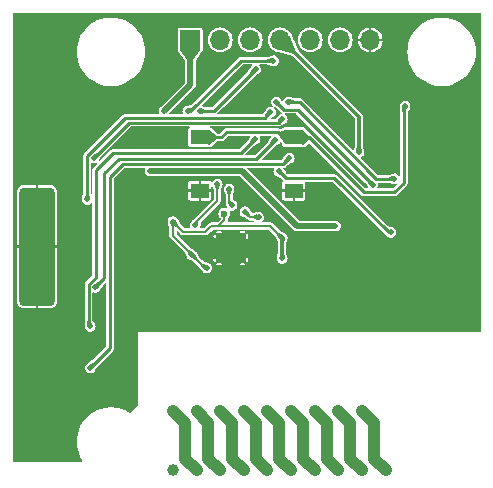
<source format=gbr>
%TF.GenerationSoftware,KiCad,Pcbnew,8.0.4-8.0.4-0~ubuntu22.04.1*%
%TF.CreationDate,2024-08-24T01:42:33-03:00*%
%TF.ProjectId,Anteres-Receiver,416e7465-7265-4732-9d52-656365697665,1.0.1*%
%TF.SameCoordinates,Original*%
%TF.FileFunction,Copper,L2,Bot*%
%TF.FilePolarity,Positive*%
%FSLAX46Y46*%
G04 Gerber Fmt 4.6, Leading zero omitted, Abs format (unit mm)*
G04 Created by KiCad (PCBNEW 8.0.4-8.0.4-0~ubuntu22.04.1) date 2024-08-24 01:42:33*
%MOMM*%
%LPD*%
G01*
G04 APERTURE LIST*
G04 Aperture macros list*
%AMRoundRect*
0 Rectangle with rounded corners*
0 $1 Rounding radius*
0 $2 $3 $4 $5 $6 $7 $8 $9 X,Y pos of 4 corners*
0 Add a 4 corners polygon primitive as box body*
4,1,4,$2,$3,$4,$5,$6,$7,$8,$9,$2,$3,0*
0 Add four circle primitives for the rounded corners*
1,1,$1+$1,$2,$3*
1,1,$1+$1,$4,$5*
1,1,$1+$1,$6,$7*
1,1,$1+$1,$8,$9*
0 Add four rect primitives between the rounded corners*
20,1,$1+$1,$2,$3,$4,$5,0*
20,1,$1+$1,$4,$5,$6,$7,0*
20,1,$1+$1,$6,$7,$8,$9,0*
20,1,$1+$1,$8,$9,$2,$3,0*%
G04 Aperture macros list end*
%TA.AperFunction,EtchedComponent*%
%ADD10C,1.000000*%
%TD*%
%TA.AperFunction,HeatsinkPad*%
%ADD11C,0.500000*%
%TD*%
%TA.AperFunction,HeatsinkPad*%
%ADD12R,2.500000X2.500000*%
%TD*%
%TA.AperFunction,ComponentPad*%
%ADD13C,1.000000*%
%TD*%
%TA.AperFunction,SMDPad,CuDef*%
%ADD14RoundRect,0.375000X1.125000X-4.625000X1.125000X4.625000X-1.125000X4.625000X-1.125000X-4.625000X0*%
%TD*%
%TA.AperFunction,ComponentPad*%
%ADD15R,1.700000X1.700000*%
%TD*%
%TA.AperFunction,ComponentPad*%
%ADD16O,1.700000X1.700000*%
%TD*%
%TA.AperFunction,SMDPad,CuDef*%
%ADD17R,1.550000X1.300000*%
%TD*%
%TA.AperFunction,ViaPad*%
%ADD18C,0.600000*%
%TD*%
%TA.AperFunction,ViaPad*%
%ADD19C,0.500000*%
%TD*%
%TA.AperFunction,Conductor*%
%ADD20C,0.200000*%
%TD*%
%TA.AperFunction,Conductor*%
%ADD21C,0.150000*%
%TD*%
%TA.AperFunction,Conductor*%
%ADD22C,0.500000*%
%TD*%
%TA.AperFunction,Conductor*%
%ADD23C,0.300000*%
%TD*%
%TA.AperFunction,Conductor*%
%ADD24C,0.250000*%
%TD*%
G04 APERTURE END LIST*
D10*
%TO.C,AE401*%
X154750000Y-114950000D02*
X153750000Y-113950000D01*
X154750000Y-117950000D02*
X154750000Y-114950000D01*
X155750000Y-118950000D02*
X154750000Y-117950000D01*
X156750000Y-114950000D02*
X155750000Y-113950000D01*
X156750000Y-117950000D02*
X156750000Y-114950000D01*
X157750000Y-118950000D02*
X156750000Y-117950000D01*
X158750000Y-114950000D02*
X157750000Y-113950000D01*
X158750000Y-117950000D02*
X158750000Y-114950000D01*
X159750000Y-118950000D02*
X158750000Y-117950000D01*
X160750000Y-114950000D02*
X159750000Y-113950000D01*
X160750000Y-117950000D02*
X160750000Y-114950000D01*
X161750000Y-118950000D02*
X160750000Y-117950000D01*
X162750000Y-114950000D02*
X161750000Y-113950000D01*
X162750000Y-117950000D02*
X162750000Y-114950000D01*
X163750000Y-118950000D02*
X162750000Y-117950000D01*
X164750000Y-114950000D02*
X163750000Y-113950000D01*
X164750000Y-117950000D02*
X164750000Y-114950000D01*
X165750000Y-118950000D02*
X164750000Y-117950000D01*
X166750000Y-114950000D02*
X165750000Y-113950000D01*
X166750000Y-117950000D02*
X166750000Y-114950000D01*
X167750000Y-118950000D02*
X166750000Y-117950000D01*
X168750000Y-114950000D02*
X167750000Y-113950000D01*
X168750000Y-117950000D02*
X168750000Y-114950000D01*
X169750000Y-118950000D02*
X168750000Y-117950000D01*
X170750000Y-114950000D02*
X169750000Y-113950000D01*
X170750000Y-117950000D02*
X170750000Y-114950000D01*
X171750000Y-118950000D02*
X170750000Y-117950000D01*
%TD*%
D11*
%TO.P,U401,21,PAD*%
%TO.N,GND*%
X159625000Y-99125000D03*
X157625000Y-99125000D03*
D12*
X158625000Y-100125000D03*
D11*
X159625000Y-101125000D03*
X157625000Y-101125000D03*
%TD*%
D13*
%TO.P,AE401,*%
%TO.N,*%
X171750000Y-118950000D03*
X169750000Y-118950000D03*
X169750000Y-113950000D03*
X167750000Y-118950000D03*
X167750000Y-113950000D03*
X165750000Y-118950000D03*
X165750000Y-113950000D03*
X163750000Y-118950000D03*
X163750000Y-113950000D03*
X161750000Y-118950000D03*
X161750000Y-113950000D03*
X159750000Y-118950000D03*
X159750000Y-113950000D03*
X157750000Y-118950000D03*
X157750000Y-113950000D03*
X155750000Y-118950000D03*
X155750000Y-113950000D03*
X153750000Y-118950000D03*
X153750000Y-113950000D03*
%TD*%
D14*
%TO.P,J301,MP,MountPin*%
%TO.N,GND*%
X142250000Y-100000000D03*
%TD*%
D15*
%TO.P,J501,1,Pin_1*%
%TO.N,+3V3*%
X155210000Y-82500000D03*
D16*
%TO.P,J501,2,Pin_2*%
%TO.N,/Debugging/TX*%
X157750000Y-82500000D03*
%TO.P,J501,3,Pin_3*%
%TO.N,/Debugging/RX*%
X160289999Y-82500000D03*
%TO.P,J501,4,Pin_4*%
%TO.N,/Debugging/~{RST}*%
X162830000Y-82500000D03*
%TO.P,J501,5,Pin_5*%
%TO.N,/Debugging/SWDIO*%
X165370000Y-82500000D03*
%TO.P,J501,6,Pin_6*%
%TO.N,/Debugging/SWCLK*%
X167910000Y-82500000D03*
%TO.P,J501,7,Pin_7*%
%TO.N,GND*%
X170450000Y-82500000D03*
%TD*%
D17*
%TO.P,SW201,1,A*%
%TO.N,Net-(SW201-A)*%
X163975000Y-90750000D03*
X156025000Y-90750000D03*
%TO.P,SW201,2,B*%
%TO.N,GND*%
X163975000Y-95250000D03*
X156025000Y-95250000D03*
%TD*%
D18*
%TO.N,+3V3*%
X158100000Y-97200000D03*
D19*
%TO.N,GND*%
X165000000Y-100000000D03*
X152500000Y-84750000D03*
X171500000Y-100400000D03*
X151200000Y-106800000D03*
X159000000Y-103600000D03*
X152250000Y-81000000D03*
X166500000Y-99400000D03*
X169100000Y-100300000D03*
X150000000Y-107750000D03*
X149500000Y-101500000D03*
X150000000Y-99250000D03*
X144700000Y-117900000D03*
X149500000Y-88300000D03*
X168100000Y-106900000D03*
X173200000Y-105000000D03*
X157300000Y-105200000D03*
X141600000Y-117900000D03*
X155400000Y-102800000D03*
X167400000Y-99700000D03*
X179400000Y-106100000D03*
X151944951Y-94297833D03*
X167800000Y-105400000D03*
X146200000Y-80600000D03*
X145500000Y-98250000D03*
X174000000Y-105900000D03*
X150000000Y-102500000D03*
X142500000Y-90000000D03*
X162200000Y-102800000D03*
X145500000Y-94750000D03*
X171900000Y-86400000D03*
X157948894Y-96465377D03*
X169000000Y-101000000D03*
X179200000Y-106900000D03*
X174200000Y-106800000D03*
X165600002Y-107000000D03*
X175100000Y-106900000D03*
X149300000Y-91400000D03*
X173500000Y-106500000D03*
X170800000Y-100400000D03*
X167000000Y-102900000D03*
X142750000Y-81500000D03*
X154800000Y-103600000D03*
X149000000Y-95000000D03*
X167000000Y-107000000D03*
X176000000Y-106900000D03*
X156800002Y-107000000D03*
X173300000Y-100800000D03*
X162300000Y-92000000D03*
X151500000Y-90300000D03*
X159200000Y-91000000D03*
X168800000Y-105900000D03*
X154800000Y-105200000D03*
X168500000Y-102900000D03*
X169200000Y-81600000D03*
X168200000Y-101000000D03*
X142250000Y-106000000D03*
X160600000Y-103400000D03*
X177750000Y-97000000D03*
X152800000Y-104800000D03*
X178800000Y-88800000D03*
X168600000Y-99700000D03*
X179400000Y-90600000D03*
X145000000Y-86500000D03*
X179400000Y-93800000D03*
X151250000Y-95750000D03*
X147200000Y-90300000D03*
X174250000Y-95500000D03*
X179250000Y-97000000D03*
X171400000Y-83800000D03*
X172300000Y-100400000D03*
X152200000Y-106900000D03*
X150000000Y-106000000D03*
X152900000Y-85800000D03*
X172900000Y-80600000D03*
X150000000Y-109500000D03*
X169100000Y-106900000D03*
X165600000Y-105600000D03*
X176500000Y-87500000D03*
X162400000Y-105000000D03*
X169600000Y-105000000D03*
X159800002Y-107000000D03*
X152500000Y-100750000D03*
X177900000Y-104400000D03*
X170400000Y-99700000D03*
X173200000Y-102500000D03*
X160700000Y-105100000D03*
X155400000Y-106600000D03*
X179500000Y-97800000D03*
X155400000Y-105800000D03*
X173200000Y-103300000D03*
X167500000Y-101000000D03*
X150000000Y-111250000D03*
X158800000Y-107000000D03*
X179500000Y-88200000D03*
X160600000Y-102600000D03*
X154000000Y-88500000D03*
X173200000Y-105700000D03*
X161800000Y-97600000D03*
X173200000Y-104100000D03*
X163100000Y-85700000D03*
X160800000Y-107000000D03*
X154200000Y-106900000D03*
X159000000Y-105200000D03*
X142250000Y-109750000D03*
X174000000Y-105200000D03*
X174000000Y-104200000D03*
X171300000Y-99700000D03*
X150000000Y-104500000D03*
X161400000Y-103200000D03*
X176250000Y-94000000D03*
X165000000Y-102000000D03*
X154200000Y-90200000D03*
X179500000Y-86500000D03*
X154750000Y-95500000D03*
X170006493Y-95975000D03*
X170900000Y-107000000D03*
X165000000Y-100800000D03*
X157800000Y-107000000D03*
X165100000Y-93200000D03*
X156563909Y-97813909D03*
X142250000Y-94000000D03*
X156000000Y-107000000D03*
X169200000Y-83200000D03*
X174000000Y-102000000D03*
X172000000Y-99700000D03*
X153800000Y-103800000D03*
X167200000Y-100300000D03*
X169900000Y-100400000D03*
X169800000Y-101000000D03*
X165500000Y-104400000D03*
X169800000Y-106000000D03*
X142500000Y-86000000D03*
X168800000Y-90900000D03*
X179500000Y-92300000D03*
X173800000Y-101200000D03*
X156000000Y-102400000D03*
X177200000Y-90200000D03*
X179500000Y-101700000D03*
X165700000Y-92600000D03*
X167400000Y-106200000D03*
X165700000Y-99400000D03*
X177000000Y-106900000D03*
X150000000Y-113500000D03*
X169600000Y-99700000D03*
X170100000Y-107000000D03*
X164800000Y-102700000D03*
X164000000Y-104400000D03*
X164000000Y-105600000D03*
X179300000Y-80800000D03*
X164000000Y-102700000D03*
X178100000Y-106900000D03*
X145500000Y-105250000D03*
X168400000Y-100300000D03*
X159600000Y-103000000D03*
X173300000Y-101700000D03*
X174250000Y-94250000D03*
X178000000Y-94000000D03*
X174000000Y-103000000D03*
X168500000Y-104700000D03*
X153800000Y-80700000D03*
X163200000Y-102600000D03*
X153200000Y-106900000D03*
X154300000Y-91500000D03*
X145500000Y-101750000D03*
X161800000Y-107000000D03*
X165500000Y-103100000D03*
X171700000Y-91600000D03*
X163800000Y-93400000D03*
X172900000Y-107000000D03*
X154800000Y-104400000D03*
%TO.N,+3V3*%
X153750000Y-97875000D03*
X151799998Y-93575000D03*
X163000000Y-99250000D03*
X163000000Y-101000000D03*
X156600000Y-101800000D03*
X155347507Y-100675000D03*
X167500000Y-98250000D03*
X153000000Y-88500000D03*
%TO.N,/MCU/PS2_ACK*%
X146750000Y-110250000D03*
X163600000Y-92500000D03*
%TO.N,/MCU/PS2_SCK*%
X146750000Y-106750000D03*
X160700000Y-90900000D03*
%TO.N,/MCU/PS2_ATT*%
X147175000Y-103458463D03*
X162400000Y-91000000D03*
%TO.N,/MCU/PS2_CMD*%
X162000000Y-88600000D03*
X146500000Y-96000000D03*
%TO.N,/MCU/PS2_DATA*%
X147059287Y-92500000D03*
X163000000Y-89200000D03*
%TO.N,/Debugging/~{RST}*%
X169500000Y-92000000D03*
%TO.N,/Debugging/DBG_SWCLK*%
X162250000Y-84250000D03*
X154999998Y-88525000D03*
%TO.N,Net-(SW201-A)*%
X173400000Y-88100000D03*
%TO.N,/MCU/LED_B (TIM3_CH3)*%
X172500000Y-94250000D03*
X163500000Y-87750020D03*
%TO.N,/MCU/LED_G (TIM3_CH4)*%
X162500000Y-87750000D03*
X170646405Y-94741057D03*
%TO.N,/MCU/LED_R (TIM3_CH1)*%
X162700000Y-93600000D03*
X172200000Y-98800000D03*
%TO.N,/Debugging/DBG_SWDIO*%
X160750000Y-85000000D03*
X156000000Y-88525000D03*
%TO.N,/MCU/CC1101_GDO2*%
X158500422Y-95105230D03*
X158750000Y-96500014D03*
%TO.N,/MCU/CC1101_SCK*%
X161000000Y-97500000D03*
X159846907Y-97036075D03*
%TO.N,/MCU/CC1101_GDO0*%
X155642136Y-98200000D03*
X157500000Y-94700006D03*
%TD*%
D20*
%TO.N,+3V3*%
X162000000Y-98250000D02*
X157600000Y-98250000D01*
D21*
X158100000Y-97750000D02*
X157600000Y-98250000D01*
D20*
X157600000Y-98250000D02*
X157000000Y-98250000D01*
D21*
X158100000Y-97200000D02*
X158100000Y-97750000D01*
D22*
X155210000Y-86290000D02*
X153000000Y-88500000D01*
D23*
X163000000Y-101000000D02*
X163000000Y-99250000D01*
D20*
X155347507Y-100675000D02*
X156472507Y-101800000D01*
D22*
X151824998Y-93600000D02*
X151799998Y-93575000D01*
D20*
X153750000Y-99077493D02*
X153750000Y-97875000D01*
X163000000Y-99250000D02*
X162000000Y-98250000D01*
D22*
X167500000Y-98250000D02*
X164250000Y-98250000D01*
D20*
X157000000Y-98250000D02*
X156500000Y-98750000D01*
D22*
X155210000Y-82500000D02*
X155210000Y-86290000D01*
D20*
X156500000Y-98750000D02*
X154625000Y-98750000D01*
X154625000Y-98750000D02*
X153750000Y-97875000D01*
X155347507Y-100675000D02*
X153750000Y-99077493D01*
D22*
X159600000Y-93600000D02*
X151824998Y-93600000D01*
X164250000Y-98250000D02*
X159600000Y-93600000D01*
D20*
X156472507Y-101800000D02*
X156600000Y-101800000D01*
D24*
%TO.N,/MCU/PS2_ACK*%
X148400000Y-108600000D02*
X148400000Y-94100000D01*
X148400000Y-94100000D02*
X149500000Y-93000000D01*
X163100000Y-93000000D02*
X163600000Y-92500000D01*
X149500000Y-93000000D02*
X163100000Y-93000000D01*
X146750000Y-110250000D02*
X148400000Y-108600000D01*
%TO.N,/MCU/PS2_SCK*%
X146600000Y-103220290D02*
X146600000Y-106600000D01*
X160700000Y-90900000D02*
X159500000Y-92100000D01*
X147250000Y-102570290D02*
X146600000Y-103220290D01*
X147250000Y-93500000D02*
X147250000Y-102570290D01*
X148650000Y-92100000D02*
X147250000Y-93500000D01*
X159500000Y-92100000D02*
X148650000Y-92100000D01*
X146600000Y-106600000D02*
X146750000Y-106750000D01*
%TO.N,/MCU/PS2_ATT*%
X147950000Y-93800000D02*
X147950000Y-102683463D01*
X162400000Y-91000000D02*
X160800000Y-92600000D01*
X147950000Y-102683463D02*
X147175000Y-103458463D01*
X149150000Y-92600000D02*
X147950000Y-93800000D01*
X160800000Y-92600000D02*
X149150000Y-92600000D01*
%TO.N,/MCU/PS2_CMD*%
X149697918Y-89100000D02*
X161500000Y-89100000D01*
X146500000Y-92297918D02*
X149697918Y-89100000D01*
X161500000Y-89100000D02*
X162000000Y-88600000D01*
X146500000Y-96000000D02*
X146500000Y-92297918D01*
%TO.N,/MCU/PS2_DATA*%
X150059289Y-89499998D02*
X162700002Y-89499998D01*
X162700002Y-89499998D02*
X163000000Y-89200000D01*
X147059287Y-92500000D02*
X150059289Y-89499998D01*
D23*
%TO.N,/Debugging/~{RST}*%
X169500000Y-89000000D02*
X163000000Y-82500000D01*
X169500000Y-92000000D02*
X169500000Y-89000000D01*
X163000000Y-82500000D02*
X162830000Y-82500000D01*
D24*
%TO.N,/Debugging/DBG_SWCLK*%
X159499999Y-84250000D02*
X155224999Y-88525000D01*
X162250000Y-84250000D02*
X159499999Y-84250000D01*
X155224999Y-88525000D02*
X154999998Y-88525000D01*
%TO.N,Net-(SW201-A)*%
X165250000Y-90750000D02*
X169900000Y-95400000D01*
X157850000Y-90750000D02*
X156025000Y-90750000D01*
X173300000Y-94600000D02*
X173300000Y-88200000D01*
X169900000Y-95400000D02*
X172500000Y-95400000D01*
X162600000Y-90300000D02*
X158300000Y-90300000D01*
X158300000Y-90300000D02*
X157850000Y-90750000D01*
X163975000Y-90750000D02*
X163050000Y-90750000D01*
X163050000Y-90750000D02*
X162600000Y-90300000D01*
X163975000Y-90750000D02*
X165250000Y-90750000D01*
X172500000Y-95400000D02*
X173300000Y-94600000D01*
X173300000Y-88200000D02*
X173400000Y-88100000D01*
%TO.N,/MCU/LED_B (TIM3_CH3)*%
X164468541Y-87750020D02*
X163500000Y-87750020D01*
X170968521Y-94250000D02*
X164468541Y-87750020D01*
X172500000Y-94250000D02*
X170968521Y-94250000D01*
%TO.N,/MCU/LED_G (TIM3_CH4)*%
X164303900Y-88398552D02*
X170646405Y-94741057D01*
X162500000Y-87750000D02*
X163148552Y-88398552D01*
X163148552Y-88398552D02*
X164303900Y-88398552D01*
%TO.N,/MCU/LED_R (TIM3_CH1)*%
X163300000Y-94200000D02*
X162700000Y-93600000D01*
X167418320Y-94200000D02*
X163300000Y-94200000D01*
X172200000Y-98800000D02*
X172018320Y-98800000D01*
X172018320Y-98800000D02*
X167418320Y-94200000D01*
%TO.N,/Debugging/DBG_SWDIO*%
X157225000Y-88525000D02*
X156000000Y-88525000D01*
X160750000Y-85000000D02*
X157225000Y-88525000D01*
D20*
%TO.N,/MCU/CC1101_GDO2*%
X158500422Y-96250436D02*
X158750000Y-96500014D01*
X158500422Y-95105230D02*
X158500422Y-96250436D01*
%TO.N,/MCU/CC1101_SCK*%
X160310832Y-97500000D02*
X159846907Y-97036075D01*
X161000000Y-97500000D02*
X160310832Y-97500000D01*
%TO.N,/MCU/CC1101_GDO0*%
X155642136Y-97957864D02*
X157500000Y-96100000D01*
X155642136Y-98200000D02*
X155642136Y-97957864D01*
X157500000Y-96100000D02*
X157500000Y-94700006D01*
%TD*%
%TA.AperFunction,Conductor*%
%TO.N,GND*%
G36*
X155173048Y-89839850D02*
G01*
X155187400Y-89874498D01*
X155173048Y-89909146D01*
X155165627Y-89915237D01*
X155161769Y-89917815D01*
X155105447Y-89955447D01*
X155061134Y-90021768D01*
X155061133Y-90021769D01*
X155049500Y-90080252D01*
X155049500Y-91419748D01*
X155061133Y-91478231D01*
X155078882Y-91504795D01*
X155105447Y-91544552D01*
X155119318Y-91553820D01*
X155171769Y-91588867D01*
X155230252Y-91600500D01*
X155230255Y-91600500D01*
X156819748Y-91600500D01*
X156850055Y-91594471D01*
X156856556Y-91593626D01*
X156856998Y-91593599D01*
X156860177Y-91592661D01*
X156864464Y-91591605D01*
X156878231Y-91588867D01*
X156906914Y-91569700D01*
X156911349Y-91567065D01*
X156936609Y-91553819D01*
X157317641Y-91246063D01*
X157515343Y-91086381D01*
X157546131Y-91075500D01*
X157892856Y-91075500D01*
X157892856Y-91075499D01*
X157975639Y-91053318D01*
X158049862Y-91010465D01*
X158420475Y-90639852D01*
X158455123Y-90625500D01*
X160251935Y-90625500D01*
X160286583Y-90639852D01*
X160300935Y-90674500D01*
X160288599Y-90707007D01*
X160286497Y-90709377D01*
X160286493Y-90709382D01*
X160087250Y-91050157D01*
X160079598Y-91060073D01*
X159379525Y-91760148D01*
X159344877Y-91774500D01*
X148607144Y-91774500D01*
X148524362Y-91796681D01*
X148524359Y-91796682D01*
X148450137Y-91839535D01*
X147563905Y-92725767D01*
X147529257Y-92740119D01*
X147494609Y-92725767D01*
X147480257Y-92691119D01*
X147486956Y-92666389D01*
X147672035Y-92349840D01*
X147679683Y-92339929D01*
X150179763Y-89839850D01*
X150214411Y-89825498D01*
X155138400Y-89825498D01*
X155173048Y-89839850D01*
G37*
%TD.AperFunction*%
%TA.AperFunction,Conductor*%
G36*
X179785148Y-80214852D02*
G01*
X179799500Y-80249500D01*
X179799500Y-107201000D01*
X179785148Y-107235648D01*
X179750500Y-107250000D01*
X150750000Y-107250000D01*
X150750000Y-113479703D01*
X150735648Y-113514351D01*
X150170021Y-114079976D01*
X150135373Y-114094328D01*
X150108447Y-114086267D01*
X149965686Y-113992372D01*
X149952708Y-113983836D01*
X149885335Y-113950000D01*
X149650779Y-113832201D01*
X149333292Y-113716645D01*
X149333287Y-113716643D01*
X149333283Y-113716642D01*
X149215052Y-113688620D01*
X149004526Y-113638725D01*
X149004523Y-113638724D01*
X148860697Y-113621913D01*
X148668935Y-113599500D01*
X148331065Y-113599500D01*
X148163272Y-113619112D01*
X147995476Y-113638724D01*
X147995473Y-113638725D01*
X147666717Y-113716642D01*
X147666707Y-113716645D01*
X147349220Y-113832201D01*
X147047295Y-113983834D01*
X147047290Y-113983837D01*
X146765003Y-114169500D01*
X146506182Y-114386677D01*
X146274324Y-114632431D01*
X146072557Y-114903452D01*
X145903628Y-115196045D01*
X145903624Y-115196054D01*
X145769800Y-115506293D01*
X145672899Y-115829969D01*
X145614228Y-116162705D01*
X145594584Y-116499997D01*
X145594584Y-116500002D01*
X145614228Y-116837294D01*
X145672899Y-117170030D01*
X145769800Y-117493706D01*
X145769801Y-117493709D01*
X145769802Y-117493711D01*
X145903625Y-117803948D01*
X146072560Y-118096552D01*
X146081792Y-118108953D01*
X146090971Y-118145315D01*
X146077137Y-118172861D01*
X146014352Y-118235648D01*
X145979704Y-118250000D01*
X140249500Y-118250000D01*
X140214852Y-118235648D01*
X140200500Y-118201000D01*
X140200500Y-104662687D01*
X140550000Y-104662687D01*
X140564799Y-104775104D01*
X140622735Y-104914976D01*
X140622738Y-104914981D01*
X140714904Y-105035094D01*
X140714905Y-105035095D01*
X140835018Y-105127261D01*
X140835023Y-105127264D01*
X140974895Y-105185200D01*
X141087312Y-105200000D01*
X142150000Y-105200000D01*
X142350000Y-105200000D01*
X143412687Y-105200000D01*
X143525104Y-105185200D01*
X143664976Y-105127264D01*
X143664981Y-105127261D01*
X143785094Y-105035095D01*
X143785095Y-105035094D01*
X143877261Y-104914981D01*
X143877264Y-104914976D01*
X143935200Y-104775104D01*
X143950000Y-104662687D01*
X143950000Y-100100000D01*
X142350000Y-100100000D01*
X142350000Y-105200000D01*
X142150000Y-105200000D01*
X142150000Y-100100000D01*
X140550000Y-100100000D01*
X140550000Y-104662687D01*
X140200500Y-104662687D01*
X140200500Y-95337312D01*
X140550000Y-95337312D01*
X140550000Y-99900000D01*
X142150000Y-99900000D01*
X142350000Y-99900000D01*
X143950000Y-99900000D01*
X143950000Y-95999997D01*
X146044867Y-95999997D01*
X146044867Y-96000002D01*
X146063301Y-96128223D01*
X146103383Y-96215989D01*
X146117118Y-96246063D01*
X146201951Y-96343967D01*
X146310931Y-96414004D01*
X146380093Y-96434311D01*
X146435223Y-96450499D01*
X146435228Y-96450500D01*
X146564772Y-96450500D01*
X146564776Y-96450499D01*
X146610770Y-96436994D01*
X146689069Y-96414004D01*
X146798049Y-96343967D01*
X146838468Y-96297319D01*
X146872004Y-96280533D01*
X146907588Y-96292376D01*
X146924375Y-96325912D01*
X146924500Y-96329408D01*
X146924500Y-102415167D01*
X146910148Y-102449815D01*
X146339536Y-103020427D01*
X146339535Y-103020427D01*
X146296682Y-103094649D01*
X146296681Y-103094652D01*
X146276125Y-103171366D01*
X146276126Y-103171367D01*
X146274500Y-103177436D01*
X146274500Y-106297578D01*
X146274019Y-106304427D01*
X146270518Y-106329220D01*
X146274423Y-106398664D01*
X146274500Y-106401414D01*
X146274500Y-106642852D01*
X146290466Y-106702445D01*
X146292058Y-106712373D01*
X146294205Y-106750539D01*
X146295479Y-106755801D01*
X146296356Y-106760357D01*
X146313301Y-106878223D01*
X146367118Y-106996063D01*
X146451951Y-107093967D01*
X146560931Y-107164004D01*
X146630093Y-107184311D01*
X146685223Y-107200499D01*
X146685228Y-107200500D01*
X146814772Y-107200500D01*
X146814776Y-107200499D01*
X146835324Y-107194465D01*
X146939069Y-107164004D01*
X147048049Y-107093967D01*
X147132882Y-106996063D01*
X147186697Y-106878226D01*
X147186697Y-106878224D01*
X147186698Y-106878223D01*
X147205133Y-106750002D01*
X147205133Y-106749997D01*
X147186698Y-106621776D01*
X147157182Y-106557147D01*
X147132882Y-106503937D01*
X147096686Y-106462163D01*
X147089582Y-106451357D01*
X147084825Y-106441490D01*
X147084821Y-106441484D01*
X146935360Y-106243049D01*
X146925500Y-106213569D01*
X146925500Y-103920179D01*
X146939852Y-103885531D01*
X146974500Y-103871179D01*
X146988305Y-103873164D01*
X147110223Y-103908962D01*
X147110228Y-103908963D01*
X147239772Y-103908963D01*
X147239776Y-103908962D01*
X147260324Y-103902928D01*
X147364069Y-103872467D01*
X147473049Y-103802430D01*
X147557882Y-103704526D01*
X147574527Y-103668076D01*
X147582439Y-103655919D01*
X147588501Y-103649083D01*
X147588504Y-103649080D01*
X147787750Y-103308301D01*
X147795398Y-103298389D01*
X147990853Y-103102935D01*
X148025500Y-103088584D01*
X148060148Y-103102936D01*
X148074500Y-103137584D01*
X148074500Y-108444876D01*
X148060148Y-108479524D01*
X146910071Y-109629600D01*
X146900155Y-109637252D01*
X146559379Y-109836496D01*
X146559367Y-109836504D01*
X146558913Y-109836880D01*
X146554213Y-109840312D01*
X146451951Y-109906032D01*
X146367119Y-110003936D01*
X146367118Y-110003936D01*
X146313301Y-110121776D01*
X146294867Y-110249997D01*
X146294867Y-110250002D01*
X146313301Y-110378223D01*
X146347426Y-110452944D01*
X146367118Y-110496063D01*
X146451951Y-110593967D01*
X146560931Y-110664004D01*
X146630093Y-110684311D01*
X146685223Y-110700499D01*
X146685228Y-110700500D01*
X146814772Y-110700500D01*
X146814776Y-110700499D01*
X146835324Y-110694465D01*
X146939069Y-110664004D01*
X147048049Y-110593967D01*
X147132882Y-110496063D01*
X147149527Y-110459613D01*
X147157439Y-110447456D01*
X147163501Y-110440620D01*
X147163504Y-110440617D01*
X147362748Y-110099840D01*
X147370396Y-110089929D01*
X148660465Y-108799862D01*
X148703317Y-108725639D01*
X148703318Y-108725638D01*
X148725499Y-108642856D01*
X148725500Y-108642856D01*
X148725500Y-97874997D01*
X153294867Y-97874997D01*
X153294867Y-97875002D01*
X153313301Y-98003223D01*
X153321857Y-98021957D01*
X153325951Y-98036597D01*
X153326848Y-98044240D01*
X153447115Y-98415523D01*
X153449500Y-98430623D01*
X153449500Y-99117056D01*
X153456958Y-99144891D01*
X153469979Y-99193482D01*
X153486977Y-99222923D01*
X153486978Y-99222924D01*
X153509537Y-99262000D01*
X153509542Y-99262006D01*
X154742132Y-100494596D01*
X154751123Y-100506959D01*
X154928624Y-100854545D01*
X154928625Y-100854547D01*
X154939555Y-100868994D01*
X154945050Y-100878201D01*
X154964625Y-100921063D01*
X155049458Y-101018967D01*
X155158438Y-101089004D01*
X155158443Y-101089007D01*
X155161627Y-101090461D01*
X155161429Y-101090894D01*
X155165773Y-101092871D01*
X155165817Y-101092787D01*
X155167705Y-101093751D01*
X155167887Y-101093834D01*
X155167955Y-101093877D01*
X155167961Y-101093882D01*
X155259954Y-101140860D01*
X155265126Y-101143501D01*
X155265128Y-101143501D01*
X155504169Y-101265571D01*
X155515544Y-101271380D01*
X155527907Y-101280371D01*
X155956606Y-101709070D01*
X155965742Y-101721720D01*
X155968913Y-101728033D01*
X155968917Y-101728038D01*
X156253001Y-102092662D01*
X156259569Y-102100591D01*
X156260837Y-102102122D01*
X156261760Y-102103171D01*
X156262261Y-102103738D01*
X156270266Y-102109467D01*
X156278778Y-102117224D01*
X156301948Y-102143965D01*
X156301950Y-102143967D01*
X156371987Y-102188976D01*
X156410931Y-102214004D01*
X156485685Y-102235953D01*
X156535223Y-102250499D01*
X156535228Y-102250500D01*
X156664772Y-102250500D01*
X156664776Y-102250499D01*
X156685324Y-102244465D01*
X156789069Y-102214004D01*
X156898049Y-102143967D01*
X156982882Y-102046063D01*
X157036697Y-101928226D01*
X157036697Y-101928224D01*
X157036698Y-101928223D01*
X157055133Y-101800002D01*
X157055133Y-101799997D01*
X157036698Y-101671776D01*
X156992501Y-101575000D01*
X156982882Y-101553937D01*
X156941316Y-101505967D01*
X157385453Y-101505967D01*
X157436141Y-101538543D01*
X157560298Y-101574999D01*
X157560305Y-101575000D01*
X157689695Y-101575000D01*
X157689701Y-101574999D01*
X157813858Y-101538543D01*
X157864546Y-101505967D01*
X159385453Y-101505967D01*
X159436141Y-101538543D01*
X159560298Y-101574999D01*
X159560305Y-101575000D01*
X159689695Y-101575000D01*
X159689701Y-101574999D01*
X159813858Y-101538543D01*
X159864546Y-101505967D01*
X159625000Y-101266421D01*
X159385453Y-101505967D01*
X157864546Y-101505967D01*
X157625000Y-101266421D01*
X157385453Y-101505967D01*
X156941316Y-101505967D01*
X156898049Y-101456033D01*
X156789069Y-101385996D01*
X156789066Y-101385994D01*
X156757637Y-101376767D01*
X156749600Y-101373615D01*
X156748633Y-101373133D01*
X156736839Y-101367261D01*
X156633940Y-101339267D01*
X156375619Y-101268990D01*
X156353834Y-101256356D01*
X156222476Y-101124998D01*
X157170373Y-101124998D01*
X157170373Y-101125001D01*
X157188789Y-101253084D01*
X157241052Y-101367526D01*
X157483579Y-101125000D01*
X157483579Y-101124999D01*
X157463689Y-101105109D01*
X157525000Y-101105109D01*
X157525000Y-101144891D01*
X157540224Y-101181645D01*
X157568355Y-101209776D01*
X157605109Y-101225000D01*
X157644891Y-101225000D01*
X157681645Y-101209776D01*
X157709776Y-101181645D01*
X157725000Y-101144891D01*
X157725000Y-101124999D01*
X157766421Y-101124999D01*
X157766421Y-101125000D01*
X158008946Y-101367525D01*
X158061210Y-101253084D01*
X158079627Y-101125001D01*
X158079627Y-101124998D01*
X159170373Y-101124998D01*
X159170373Y-101125001D01*
X159188789Y-101253084D01*
X159241052Y-101367526D01*
X159483579Y-101125000D01*
X159483579Y-101124999D01*
X159463689Y-101105109D01*
X159525000Y-101105109D01*
X159525000Y-101144891D01*
X159540224Y-101181645D01*
X159568355Y-101209776D01*
X159605109Y-101225000D01*
X159644891Y-101225000D01*
X159681645Y-101209776D01*
X159709776Y-101181645D01*
X159725000Y-101144891D01*
X159725000Y-101124999D01*
X159766421Y-101124999D01*
X159766421Y-101125000D01*
X160008946Y-101367525D01*
X160061210Y-101253084D01*
X160079627Y-101125001D01*
X160079627Y-101124998D01*
X160061210Y-100996915D01*
X160008946Y-100882473D01*
X159766421Y-101124999D01*
X159725000Y-101124999D01*
X159725000Y-101105109D01*
X159709776Y-101068355D01*
X159681645Y-101040224D01*
X159644891Y-101025000D01*
X159605109Y-101025000D01*
X159568355Y-101040224D01*
X159540224Y-101068355D01*
X159525000Y-101105109D01*
X159463689Y-101105109D01*
X159241052Y-100882472D01*
X159241051Y-100882472D01*
X159188789Y-100996915D01*
X159170373Y-101124998D01*
X158079627Y-101124998D01*
X158061210Y-100996915D01*
X158008946Y-100882473D01*
X157766421Y-101124999D01*
X157725000Y-101124999D01*
X157725000Y-101105109D01*
X157709776Y-101068355D01*
X157681645Y-101040224D01*
X157644891Y-101025000D01*
X157605109Y-101025000D01*
X157568355Y-101040224D01*
X157540224Y-101068355D01*
X157525000Y-101105109D01*
X157463689Y-101105109D01*
X157241052Y-100882472D01*
X157241051Y-100882472D01*
X157188789Y-100996915D01*
X157170373Y-101124998D01*
X156222476Y-101124998D01*
X155952878Y-100855400D01*
X155943887Y-100843037D01*
X155893329Y-100744032D01*
X157385453Y-100744032D01*
X157625000Y-100983579D01*
X157625001Y-100983579D01*
X157864546Y-100744032D01*
X159385453Y-100744032D01*
X159625000Y-100983579D01*
X159625001Y-100983579D01*
X159864546Y-100744032D01*
X159864545Y-100744031D01*
X159813857Y-100711455D01*
X159689701Y-100675000D01*
X159560298Y-100675000D01*
X159436143Y-100711455D01*
X159385453Y-100744032D01*
X157864546Y-100744032D01*
X157864545Y-100744031D01*
X157813857Y-100711455D01*
X157689701Y-100675000D01*
X157560298Y-100675000D01*
X157436143Y-100711455D01*
X157385453Y-100744032D01*
X155893329Y-100744032D01*
X155876693Y-100711455D01*
X155766390Y-100495456D01*
X155755458Y-100481007D01*
X155749963Y-100471799D01*
X155747569Y-100466556D01*
X155730389Y-100428937D01*
X155645556Y-100331033D01*
X155536576Y-100260996D01*
X155536575Y-100260995D01*
X155536571Y-100260993D01*
X155533388Y-100259539D01*
X155533576Y-100259126D01*
X155529234Y-100257134D01*
X155529195Y-100257211D01*
X155527364Y-100256276D01*
X155527146Y-100256176D01*
X155527058Y-100256120D01*
X155179466Y-100078616D01*
X155167103Y-100069625D01*
X154603445Y-99505967D01*
X157385453Y-99505967D01*
X157436141Y-99538543D01*
X157560298Y-99574999D01*
X157560305Y-99575000D01*
X157689695Y-99575000D01*
X157689701Y-99574999D01*
X157813858Y-99538543D01*
X157864546Y-99505967D01*
X159385453Y-99505967D01*
X159436141Y-99538543D01*
X159560298Y-99574999D01*
X159560305Y-99575000D01*
X159689695Y-99575000D01*
X159689701Y-99574999D01*
X159813858Y-99538543D01*
X159864546Y-99505967D01*
X159625000Y-99266421D01*
X159385453Y-99505967D01*
X157864546Y-99505967D01*
X157625000Y-99266421D01*
X157385453Y-99505967D01*
X154603445Y-99505967D01*
X154222476Y-99124998D01*
X157170373Y-99124998D01*
X157170373Y-99125001D01*
X157188789Y-99253084D01*
X157241052Y-99367526D01*
X157483579Y-99125000D01*
X157483579Y-99124999D01*
X157463689Y-99105109D01*
X157525000Y-99105109D01*
X157525000Y-99144891D01*
X157540224Y-99181645D01*
X157568355Y-99209776D01*
X157605109Y-99225000D01*
X157644891Y-99225000D01*
X157681645Y-99209776D01*
X157709776Y-99181645D01*
X157725000Y-99144891D01*
X157725000Y-99124999D01*
X157766421Y-99124999D01*
X157766421Y-99125000D01*
X158008946Y-99367525D01*
X158061210Y-99253084D01*
X158079627Y-99125001D01*
X158079627Y-99124998D01*
X159170373Y-99124998D01*
X159170373Y-99125001D01*
X159188789Y-99253084D01*
X159241052Y-99367526D01*
X159483579Y-99125000D01*
X159483579Y-99124999D01*
X159463689Y-99105109D01*
X159525000Y-99105109D01*
X159525000Y-99144891D01*
X159540224Y-99181645D01*
X159568355Y-99209776D01*
X159605109Y-99225000D01*
X159644891Y-99225000D01*
X159681645Y-99209776D01*
X159709776Y-99181645D01*
X159725000Y-99144891D01*
X159725000Y-99124999D01*
X159766421Y-99124999D01*
X159766421Y-99125000D01*
X160008946Y-99367525D01*
X160061210Y-99253084D01*
X160079627Y-99125001D01*
X160079627Y-99124998D01*
X160061210Y-98996915D01*
X160008946Y-98882473D01*
X159766421Y-99124999D01*
X159725000Y-99124999D01*
X159725000Y-99105109D01*
X159709776Y-99068355D01*
X159681645Y-99040224D01*
X159644891Y-99025000D01*
X159605109Y-99025000D01*
X159568355Y-99040224D01*
X159540224Y-99068355D01*
X159525000Y-99105109D01*
X159463689Y-99105109D01*
X159241052Y-98882472D01*
X159241051Y-98882472D01*
X159188789Y-98996915D01*
X159170373Y-99124998D01*
X158079627Y-99124998D01*
X158061210Y-98996915D01*
X158008946Y-98882473D01*
X157766421Y-99124999D01*
X157725000Y-99124999D01*
X157725000Y-99105109D01*
X157709776Y-99068355D01*
X157681645Y-99040224D01*
X157644891Y-99025000D01*
X157605109Y-99025000D01*
X157568355Y-99040224D01*
X157540224Y-99068355D01*
X157525000Y-99105109D01*
X157463689Y-99105109D01*
X157241052Y-98882472D01*
X157241051Y-98882472D01*
X157188789Y-98996915D01*
X157170373Y-99124998D01*
X154222476Y-99124998D01*
X154064852Y-98967374D01*
X154050500Y-98932726D01*
X154050500Y-98718767D01*
X154064852Y-98684119D01*
X154099500Y-98669767D01*
X154134148Y-98684119D01*
X154384540Y-98934511D01*
X154440489Y-98990460D01*
X154509011Y-99030021D01*
X154544478Y-99039524D01*
X154585436Y-99050500D01*
X154585438Y-99050500D01*
X156539564Y-99050500D01*
X156566230Y-99043354D01*
X156615989Y-99030021D01*
X156684511Y-98990460D01*
X156740460Y-98934511D01*
X156930939Y-98744032D01*
X157385453Y-98744032D01*
X157625000Y-98983579D01*
X157625001Y-98983579D01*
X157864546Y-98744032D01*
X159385453Y-98744032D01*
X159625000Y-98983579D01*
X159625001Y-98983579D01*
X159864546Y-98744032D01*
X159864545Y-98744031D01*
X159813857Y-98711455D01*
X159689701Y-98675000D01*
X159560298Y-98675000D01*
X159436143Y-98711455D01*
X159385453Y-98744032D01*
X157864546Y-98744032D01*
X157864545Y-98744031D01*
X157813857Y-98711455D01*
X157689701Y-98675000D01*
X157560298Y-98675000D01*
X157436143Y-98711455D01*
X157385453Y-98744032D01*
X156930939Y-98744032D01*
X157110119Y-98564852D01*
X157144767Y-98550500D01*
X157560438Y-98550500D01*
X161855233Y-98550500D01*
X161889881Y-98564852D01*
X162394625Y-99069596D01*
X162403616Y-99081959D01*
X162570025Y-99407826D01*
X162574432Y-99420489D01*
X162605375Y-99575000D01*
X162643827Y-99767014D01*
X162643828Y-99767019D01*
X162646619Y-99780954D01*
X162646620Y-99780957D01*
X162646621Y-99780961D01*
X162647103Y-99782696D01*
X162646929Y-99782744D01*
X162649500Y-99797508D01*
X162649500Y-100452339D01*
X162646673Y-100466556D01*
X162647318Y-100466753D01*
X162646617Y-100469050D01*
X162569167Y-100855805D01*
X162565695Y-100866534D01*
X162563302Y-100871775D01*
X162544867Y-100999997D01*
X162544867Y-101000002D01*
X162563301Y-101128223D01*
X162617118Y-101246063D01*
X162634021Y-101265571D01*
X162701951Y-101343967D01*
X162810931Y-101414004D01*
X162880093Y-101434311D01*
X162935223Y-101450499D01*
X162935228Y-101450500D01*
X163064772Y-101450500D01*
X163064776Y-101450499D01*
X163085324Y-101444465D01*
X163189069Y-101414004D01*
X163298049Y-101343967D01*
X163382882Y-101246063D01*
X163436697Y-101128226D01*
X163436697Y-101128224D01*
X163436698Y-101128223D01*
X163455133Y-101000002D01*
X163455133Y-100999997D01*
X163436697Y-100871774D01*
X163434307Y-100866539D01*
X163430833Y-100855807D01*
X163358670Y-100495456D01*
X163353382Y-100469051D01*
X163353377Y-100469037D01*
X163352902Y-100467327D01*
X163353030Y-100467291D01*
X163353029Y-100467286D01*
X163353071Y-100467277D01*
X163350500Y-100452495D01*
X163350500Y-99797660D01*
X163353337Y-99783451D01*
X163352680Y-99783251D01*
X163353377Y-99780960D01*
X163353382Y-99780949D01*
X163430588Y-99395414D01*
X163430588Y-99395409D01*
X163430832Y-99394192D01*
X163434305Y-99383463D01*
X163436697Y-99378226D01*
X163455133Y-99250000D01*
X163451539Y-99225000D01*
X163436698Y-99121776D01*
X163404147Y-99050500D01*
X163382882Y-99003937D01*
X163298049Y-98906033D01*
X163189069Y-98835996D01*
X163189068Y-98835995D01*
X163189064Y-98835993D01*
X163185881Y-98834539D01*
X163186069Y-98834126D01*
X163181727Y-98832134D01*
X163181688Y-98832211D01*
X163179857Y-98831276D01*
X163179639Y-98831176D01*
X163179551Y-98831120D01*
X162831959Y-98653616D01*
X162819596Y-98644625D01*
X162184511Y-98009540D01*
X162153114Y-97991413D01*
X162115990Y-97969979D01*
X162039564Y-97949500D01*
X162039562Y-97949500D01*
X161300716Y-97949500D01*
X161266068Y-97935148D01*
X161251716Y-97900500D01*
X161266068Y-97865852D01*
X161274225Y-97859279D01*
X161298046Y-97843970D01*
X161298048Y-97843968D01*
X161304956Y-97835996D01*
X161382882Y-97746063D01*
X161436697Y-97628226D01*
X161436697Y-97628224D01*
X161436698Y-97628223D01*
X161455133Y-97500002D01*
X161455133Y-97499997D01*
X161436698Y-97371776D01*
X161395761Y-97282138D01*
X161382882Y-97253937D01*
X161298049Y-97156033D01*
X161189069Y-97085996D01*
X161189066Y-97085995D01*
X161064776Y-97049500D01*
X161064772Y-97049500D01*
X160935228Y-97049500D01*
X160935221Y-97049500D01*
X160853612Y-97073462D01*
X160845525Y-97075112D01*
X160830767Y-97076845D01*
X160482257Y-97189733D01*
X160444873Y-97186756D01*
X160423519Y-97165402D01*
X160422957Y-97164301D01*
X160265790Y-96856531D01*
X160254858Y-96842082D01*
X160249363Y-96832874D01*
X160241304Y-96815227D01*
X160229789Y-96790012D01*
X160144956Y-96692108D01*
X160035976Y-96622071D01*
X160035973Y-96622070D01*
X159911683Y-96585575D01*
X159911679Y-96585575D01*
X159782135Y-96585575D01*
X159782130Y-96585575D01*
X159657840Y-96622070D01*
X159657838Y-96622070D01*
X159657838Y-96622071D01*
X159629587Y-96640227D01*
X159548857Y-96692108D01*
X159464026Y-96790011D01*
X159464025Y-96790011D01*
X159410208Y-96907851D01*
X159391774Y-97036072D01*
X159391774Y-97036077D01*
X159410208Y-97164298D01*
X159464025Y-97282138D01*
X159541695Y-97371776D01*
X159548858Y-97380042D01*
X159657838Y-97450079D01*
X159657843Y-97450082D01*
X159661027Y-97451536D01*
X159660829Y-97451969D01*
X159665173Y-97453946D01*
X159665217Y-97453862D01*
X159667105Y-97454826D01*
X159667287Y-97454909D01*
X159667355Y-97454952D01*
X159667361Y-97454957D01*
X159759354Y-97501935D01*
X159764526Y-97504576D01*
X159764528Y-97504576D01*
X159970972Y-97610000D01*
X160014944Y-97632455D01*
X160027307Y-97641446D01*
X160070372Y-97684511D01*
X160126321Y-97740460D01*
X160194843Y-97780021D01*
X160230310Y-97789524D01*
X160271268Y-97800500D01*
X160271270Y-97800500D01*
X160444373Y-97800500D01*
X160459473Y-97802885D01*
X160616919Y-97853885D01*
X160645458Y-97878215D01*
X160648434Y-97915600D01*
X160624104Y-97944139D01*
X160601819Y-97949500D01*
X158388897Y-97949500D01*
X158354249Y-97935148D01*
X158339897Y-97900500D01*
X158343627Y-97881748D01*
X158375500Y-97804800D01*
X158375500Y-97695200D01*
X158375500Y-97644648D01*
X158389852Y-97610000D01*
X158398004Y-97603429D01*
X158431128Y-97582143D01*
X158525377Y-97473373D01*
X158585165Y-97342457D01*
X158585165Y-97342455D01*
X158585166Y-97342454D01*
X158605647Y-97200002D01*
X158605647Y-97199997D01*
X158585166Y-97057545D01*
X158557793Y-96997608D01*
X158556454Y-96960129D01*
X158582009Y-96932680D01*
X158616169Y-96930237D01*
X158655967Y-96941922D01*
X158685224Y-96950513D01*
X158685228Y-96950514D01*
X158814772Y-96950514D01*
X158814776Y-96950513D01*
X158835324Y-96944479D01*
X158939069Y-96914018D01*
X159048049Y-96843981D01*
X159132882Y-96746077D01*
X159186697Y-96628240D01*
X159186697Y-96628238D01*
X159186698Y-96628237D01*
X159205133Y-96500016D01*
X159205133Y-96500011D01*
X159186698Y-96371790D01*
X159150430Y-96292376D01*
X159132882Y-96253951D01*
X159048049Y-96156047D01*
X159012798Y-96133392D01*
X159011932Y-96132822D01*
X158822546Y-96005244D01*
X158801828Y-95973983D01*
X158800922Y-95964605D01*
X158800922Y-95660856D01*
X158803307Y-95645756D01*
X158923572Y-95274474D01*
X158923573Y-95274470D01*
X158923574Y-95274468D01*
X158924847Y-95265273D01*
X158928809Y-95251649D01*
X158937119Y-95233456D01*
X158955555Y-95105230D01*
X158951137Y-95074500D01*
X158937120Y-94977006D01*
X158905438Y-94907633D01*
X158883304Y-94859167D01*
X158798471Y-94761263D01*
X158689491Y-94691226D01*
X158689488Y-94691225D01*
X158565198Y-94654730D01*
X158565194Y-94654730D01*
X158435650Y-94654730D01*
X158435645Y-94654730D01*
X158311355Y-94691225D01*
X158311353Y-94691225D01*
X158311353Y-94691226D01*
X158277846Y-94712759D01*
X158202372Y-94761263D01*
X158117541Y-94859166D01*
X158117540Y-94859166D01*
X158063723Y-94977006D01*
X158045289Y-95105227D01*
X158045289Y-95105232D01*
X158063723Y-95233453D01*
X158072279Y-95252187D01*
X158076373Y-95266827D01*
X158077270Y-95274470D01*
X158197537Y-95645753D01*
X158199922Y-95660853D01*
X158199922Y-96289999D01*
X158220400Y-96366423D01*
X158220401Y-96366427D01*
X158228247Y-96380016D01*
X158228252Y-96380022D01*
X158259959Y-96434943D01*
X158259964Y-96434949D01*
X158262009Y-96436994D01*
X158274998Y-96460165D01*
X158309525Y-96603469D01*
X158310389Y-96607974D01*
X158313301Y-96628236D01*
X158313303Y-96628240D01*
X158317214Y-96636804D01*
X158319798Y-96643848D01*
X158320342Y-96645778D01*
X158320905Y-96647514D01*
X158322163Y-96651272D01*
X158324554Y-96655109D01*
X158330699Y-96692105D01*
X158308884Y-96722611D01*
X158271888Y-96728756D01*
X158269163Y-96728040D01*
X158171965Y-96699500D01*
X158171961Y-96699500D01*
X158028039Y-96699500D01*
X158028034Y-96699500D01*
X157889949Y-96740046D01*
X157768871Y-96817857D01*
X157674625Y-96926623D01*
X157674624Y-96926625D01*
X157614833Y-97057545D01*
X157594353Y-97199997D01*
X157594353Y-97200002D01*
X157614833Y-97342454D01*
X157646935Y-97412746D01*
X157674623Y-97473373D01*
X157674624Y-97473374D01*
X157674625Y-97473376D01*
X157762631Y-97574941D01*
X157768872Y-97582143D01*
X157777408Y-97587628D01*
X157784300Y-97592058D01*
X157805688Y-97622863D01*
X157799029Y-97659771D01*
X157792456Y-97667927D01*
X157525237Y-97935148D01*
X157490589Y-97949500D01*
X156960435Y-97949500D01*
X156884013Y-97969977D01*
X156884010Y-97969978D01*
X156815488Y-98009540D01*
X156815488Y-98009541D01*
X156389881Y-98435148D01*
X156355233Y-98449500D01*
X156099694Y-98449500D01*
X156065046Y-98435148D01*
X156050694Y-98400500D01*
X156055121Y-98380146D01*
X156078833Y-98328226D01*
X156078833Y-98328224D01*
X156078834Y-98328223D01*
X156097269Y-98199999D01*
X156097269Y-98197902D01*
X156097563Y-98192543D01*
X156097753Y-98190812D01*
X156097752Y-98190812D01*
X156097754Y-98190808D01*
X156100566Y-97944142D01*
X156114914Y-97910055D01*
X157740460Y-96284511D01*
X157754343Y-96260465D01*
X157780021Y-96215989D01*
X157800500Y-96139562D01*
X157800500Y-95255629D01*
X157802885Y-95240532D01*
X157899891Y-94941054D01*
X157923152Y-94869244D01*
X157924425Y-94860049D01*
X157928387Y-94846425D01*
X157936697Y-94828232D01*
X157955133Y-94700006D01*
X157955133Y-94700001D01*
X157936698Y-94571782D01*
X157918944Y-94532907D01*
X157882882Y-94453943D01*
X157798049Y-94356039D01*
X157689069Y-94286002D01*
X157689066Y-94286001D01*
X157564776Y-94249506D01*
X157564772Y-94249506D01*
X157435228Y-94249506D01*
X157435223Y-94249506D01*
X157310933Y-94286001D01*
X157201950Y-94356039D01*
X157117119Y-94453942D01*
X157117118Y-94453943D01*
X157081055Y-94532907D01*
X157053606Y-94558462D01*
X157016127Y-94557123D01*
X156990572Y-94529674D01*
X156988423Y-94522104D01*
X156988394Y-94521962D01*
X156944192Y-94455807D01*
X156878036Y-94411604D01*
X156819695Y-94400000D01*
X156125000Y-94400000D01*
X156125000Y-95150000D01*
X157000000Y-95150000D01*
X157000000Y-94942281D01*
X157014352Y-94907633D01*
X157049000Y-94893281D01*
X157083648Y-94907633D01*
X157095615Y-94927181D01*
X157115030Y-94987120D01*
X157197115Y-95240529D01*
X157199500Y-95255629D01*
X157199500Y-95955232D01*
X157185148Y-95989880D01*
X155619495Y-97555532D01*
X155614043Y-97560236D01*
X155594222Y-97574940D01*
X155538461Y-97636482D01*
X155536798Y-97638229D01*
X155457625Y-97717404D01*
X155401679Y-97773349D01*
X155401674Y-97773356D01*
X155381855Y-97807683D01*
X155375732Y-97816082D01*
X155320522Y-97877017D01*
X155320519Y-97877021D01*
X155309252Y-97895269D01*
X155304594Y-97901609D01*
X155259257Y-97953932D01*
X155259254Y-97953936D01*
X155205437Y-98071776D01*
X155187003Y-98199997D01*
X155187003Y-98200002D01*
X155205437Y-98328223D01*
X155217994Y-98355719D01*
X155229150Y-98380145D01*
X155230489Y-98417623D01*
X155204934Y-98445072D01*
X155184578Y-98449500D01*
X154769767Y-98449500D01*
X154735119Y-98435148D01*
X154355371Y-98055400D01*
X154346380Y-98043037D01*
X154326048Y-98003223D01*
X154168883Y-97695456D01*
X154157951Y-97681007D01*
X154152456Y-97671799D01*
X154146963Y-97659771D01*
X154132882Y-97628937D01*
X154048049Y-97531033D01*
X153939069Y-97460996D01*
X153939066Y-97460995D01*
X153814776Y-97424500D01*
X153814772Y-97424500D01*
X153685228Y-97424500D01*
X153685223Y-97424500D01*
X153560933Y-97460995D01*
X153560931Y-97460995D01*
X153560931Y-97460996D01*
X153541667Y-97473376D01*
X153451950Y-97531033D01*
X153367119Y-97628936D01*
X153367118Y-97628936D01*
X153313301Y-97746776D01*
X153294867Y-97874997D01*
X148725500Y-97874997D01*
X148725500Y-95919694D01*
X155050000Y-95919694D01*
X155061604Y-95978036D01*
X155105807Y-96044192D01*
X155171963Y-96088395D01*
X155230305Y-96100000D01*
X155925000Y-96100000D01*
X156125000Y-96100000D01*
X156819695Y-96100000D01*
X156878036Y-96088395D01*
X156944192Y-96044192D01*
X156988395Y-95978036D01*
X157000000Y-95919694D01*
X157000000Y-95350000D01*
X156125000Y-95350000D01*
X156125000Y-96100000D01*
X155925000Y-96100000D01*
X155925000Y-95350000D01*
X155050000Y-95350000D01*
X155050000Y-95919694D01*
X148725500Y-95919694D01*
X148725500Y-94580305D01*
X155050000Y-94580305D01*
X155050000Y-95150000D01*
X155925000Y-95150000D01*
X155925000Y-94400000D01*
X155230305Y-94400000D01*
X155171963Y-94411604D01*
X155105807Y-94455807D01*
X155061604Y-94521963D01*
X155050000Y-94580305D01*
X148725500Y-94580305D01*
X148725500Y-94255123D01*
X148739852Y-94220475D01*
X149620475Y-93339852D01*
X149655123Y-93325500D01*
X151338984Y-93325500D01*
X151373632Y-93339852D01*
X151387984Y-93374500D01*
X151381420Y-93398997D01*
X151380199Y-93401113D01*
X151380198Y-93401115D01*
X151375641Y-93418120D01*
X151372884Y-93425789D01*
X151363301Y-93446773D01*
X151363301Y-93446774D01*
X151358315Y-93481443D01*
X151357145Y-93487146D01*
X151349499Y-93515688D01*
X151349499Y-93539266D01*
X151349000Y-93546239D01*
X151344865Y-93575000D01*
X151348459Y-93600000D01*
X151349000Y-93603758D01*
X151349499Y-93610732D01*
X151349499Y-93634309D01*
X151357145Y-93662851D01*
X151358315Y-93668556D01*
X151363301Y-93703224D01*
X151363302Y-93703229D01*
X151372884Y-93724211D01*
X151375642Y-93731883D01*
X151380198Y-93748885D01*
X151380200Y-93748889D01*
X151397952Y-93779637D01*
X151400089Y-93783781D01*
X151417116Y-93821063D01*
X151417116Y-93821064D01*
X151428299Y-93833969D01*
X151433703Y-93841558D01*
X151439505Y-93851608D01*
X151439507Y-93851610D01*
X151439509Y-93851614D01*
X151439512Y-93851617D01*
X151468820Y-93880925D01*
X151471204Y-93883485D01*
X151501949Y-93918967D01*
X151511268Y-93924956D01*
X151519423Y-93931528D01*
X151548384Y-93960489D01*
X151597774Y-93989004D01*
X151640210Y-94013505D01*
X151651112Y-94019799D01*
X151679756Y-94027474D01*
X151765686Y-94050500D01*
X151765689Y-94050500D01*
X159393101Y-94050500D01*
X159427749Y-94064852D01*
X163973386Y-98610489D01*
X164014420Y-98634180D01*
X164076109Y-98669797D01*
X164076110Y-98669797D01*
X164076113Y-98669799D01*
X164093143Y-98674362D01*
X164125659Y-98683074D01*
X164190689Y-98700500D01*
X164190691Y-98700500D01*
X167564769Y-98700500D01*
X167564772Y-98700500D01*
X167621286Y-98683905D01*
X167622284Y-98683624D01*
X167673886Y-98669799D01*
X167673889Y-98669796D01*
X167673893Y-98669796D01*
X167676854Y-98668570D01*
X167676858Y-98668580D01*
X167684221Y-98665427D01*
X167689069Y-98664004D01*
X167733589Y-98635391D01*
X167735559Y-98634190D01*
X167776613Y-98610489D01*
X167780571Y-98606529D01*
X167788727Y-98599956D01*
X167798049Y-98593967D01*
X167828799Y-98558477D01*
X167831156Y-98555944D01*
X167860489Y-98526613D01*
X167860820Y-98526038D01*
X167866293Y-98516560D01*
X167871701Y-98508965D01*
X167882880Y-98496065D01*
X167882883Y-98496061D01*
X167899905Y-98458786D01*
X167902043Y-98454639D01*
X167919797Y-98423890D01*
X167919797Y-98423888D01*
X167919799Y-98423886D01*
X167924357Y-98406871D01*
X167927110Y-98399215D01*
X167936697Y-98378226D01*
X167941682Y-98343544D01*
X167942848Y-98337861D01*
X167950500Y-98309309D01*
X167950500Y-98285725D01*
X167950999Y-98278751D01*
X167955133Y-98250001D01*
X167955133Y-98249998D01*
X167950999Y-98221246D01*
X167950500Y-98214273D01*
X167950500Y-98190691D01*
X167942851Y-98162148D01*
X167941682Y-98156453D01*
X167936697Y-98121774D01*
X167927111Y-98100784D01*
X167924355Y-98093120D01*
X167919799Y-98076114D01*
X167902035Y-98045347D01*
X167899907Y-98041218D01*
X167882882Y-98003937D01*
X167882879Y-98003933D01*
X167871697Y-97991029D01*
X167866292Y-97983438D01*
X167860493Y-97973393D01*
X167860490Y-97973390D01*
X167860489Y-97973387D01*
X167831182Y-97944080D01*
X167828798Y-97941520D01*
X167798048Y-97906032D01*
X167798046Y-97906031D01*
X167788727Y-97900042D01*
X167780570Y-97893468D01*
X167776616Y-97889514D01*
X167776613Y-97889511D01*
X167776609Y-97889509D01*
X167776607Y-97889507D01*
X167735581Y-97865821D01*
X167733590Y-97864608D01*
X167725298Y-97859279D01*
X167689069Y-97835996D01*
X167689066Y-97835995D01*
X167689064Y-97835994D01*
X167684209Y-97834568D01*
X167676855Y-97831419D01*
X167676851Y-97831429D01*
X167673886Y-97830201D01*
X167622360Y-97816394D01*
X167621238Y-97816079D01*
X167564776Y-97799500D01*
X167564772Y-97799500D01*
X167559309Y-97799500D01*
X164456899Y-97799500D01*
X164422251Y-97785148D01*
X162556797Y-95919694D01*
X163000000Y-95919694D01*
X163011604Y-95978036D01*
X163055807Y-96044192D01*
X163121963Y-96088395D01*
X163180305Y-96100000D01*
X163875000Y-96100000D01*
X164075000Y-96100000D01*
X164769695Y-96100000D01*
X164828036Y-96088395D01*
X164894192Y-96044192D01*
X164938395Y-95978036D01*
X164950000Y-95919694D01*
X164950000Y-95350000D01*
X164075000Y-95350000D01*
X164075000Y-96100000D01*
X163875000Y-96100000D01*
X163875000Y-95350000D01*
X163000000Y-95350000D01*
X163000000Y-95919694D01*
X162556797Y-95919694D01*
X160046251Y-93409148D01*
X160031899Y-93374500D01*
X160046251Y-93339852D01*
X160080899Y-93325500D01*
X162253859Y-93325500D01*
X162288507Y-93339852D01*
X162302859Y-93374500D01*
X162298431Y-93394856D01*
X162263301Y-93471776D01*
X162244867Y-93599997D01*
X162244867Y-93600002D01*
X162263301Y-93728223D01*
X162317118Y-93846063D01*
X162369081Y-93906033D01*
X162401951Y-93943967D01*
X162495265Y-94003936D01*
X162504166Y-94009656D01*
X162507410Y-94012113D01*
X162507429Y-94012088D01*
X162509379Y-94013501D01*
X162509382Y-94013504D01*
X162509384Y-94013505D01*
X162850154Y-94212745D01*
X162860070Y-94220397D01*
X163043263Y-94403590D01*
X163057615Y-94438238D01*
X163049357Y-94465460D01*
X163011604Y-94521962D01*
X163000000Y-94580305D01*
X163000000Y-95150000D01*
X164950000Y-95150000D01*
X164950000Y-94580303D01*
X164949901Y-94579297D01*
X164950000Y-94578970D01*
X164950000Y-94577895D01*
X164950326Y-94577895D01*
X164960792Y-94543411D01*
X164993869Y-94525735D01*
X164998666Y-94525500D01*
X167263197Y-94525500D01*
X167297845Y-94539852D01*
X171542391Y-98784398D01*
X171548277Y-98791515D01*
X171560356Y-98809300D01*
X171560358Y-98809302D01*
X171560359Y-98809303D01*
X171870774Y-99115064D01*
X171879542Y-99120864D01*
X171889538Y-99129642D01*
X171901950Y-99143966D01*
X171901951Y-99143967D01*
X172010931Y-99214004D01*
X172080093Y-99234311D01*
X172135223Y-99250499D01*
X172135228Y-99250500D01*
X172264772Y-99250500D01*
X172264776Y-99250499D01*
X172285324Y-99244465D01*
X172389069Y-99214004D01*
X172498049Y-99143967D01*
X172582882Y-99046063D01*
X172636697Y-98928226D01*
X172636697Y-98928224D01*
X172636698Y-98928223D01*
X172655133Y-98800002D01*
X172655133Y-98799997D01*
X172636698Y-98671776D01*
X172605199Y-98602804D01*
X172582882Y-98553937D01*
X172498049Y-98456033D01*
X172389069Y-98385996D01*
X172389066Y-98385995D01*
X172343150Y-98372512D01*
X172337485Y-98370462D01*
X172325346Y-98365205D01*
X172325337Y-98365202D01*
X172300387Y-98359820D01*
X172296921Y-98358939D01*
X172264772Y-98349500D01*
X172264771Y-98349500D01*
X172257760Y-98349500D01*
X172247428Y-98348398D01*
X171980544Y-98290831D01*
X171956228Y-98277581D01*
X167618182Y-93939535D01*
X167543960Y-93896682D01*
X167543957Y-93896681D01*
X167461176Y-93874500D01*
X167461173Y-93874500D01*
X163455123Y-93874500D01*
X163420475Y-93860148D01*
X163320397Y-93760070D01*
X163312745Y-93750154D01*
X163312005Y-93748889D01*
X163285309Y-93703229D01*
X163113508Y-93409387D01*
X163113505Y-93409383D01*
X163110253Y-93405446D01*
X163099253Y-93369593D01*
X163116827Y-93336462D01*
X163139787Y-93326467D01*
X163139751Y-93326332D01*
X163140651Y-93326090D01*
X163141641Y-93325660D01*
X163142854Y-93325500D01*
X163170448Y-93318106D01*
X163225639Y-93303318D01*
X163299862Y-93260465D01*
X163439929Y-93120396D01*
X163449841Y-93112748D01*
X163780680Y-92919314D01*
X163790617Y-92913504D01*
X163791048Y-92913147D01*
X163795766Y-92909698D01*
X163898049Y-92843967D01*
X163982882Y-92746063D01*
X164036697Y-92628226D01*
X164036697Y-92628224D01*
X164036698Y-92628223D01*
X164055133Y-92500002D01*
X164055133Y-92499997D01*
X164036698Y-92371776D01*
X163999527Y-92290385D01*
X163982882Y-92253937D01*
X163898049Y-92156033D01*
X163789069Y-92085996D01*
X163789066Y-92085995D01*
X163664776Y-92049500D01*
X163664772Y-92049500D01*
X163535228Y-92049500D01*
X163535223Y-92049500D01*
X163410933Y-92085995D01*
X163301950Y-92156033D01*
X163217118Y-92253935D01*
X163217116Y-92253939D01*
X163200471Y-92290385D01*
X163192564Y-92302535D01*
X163186497Y-92309377D01*
X163186493Y-92309382D01*
X162987250Y-92650157D01*
X162979830Y-92659840D01*
X162979756Y-92659915D01*
X162945205Y-92674499D01*
X162944876Y-92674500D01*
X161304123Y-92674500D01*
X161269475Y-92660148D01*
X161255123Y-92625500D01*
X161269475Y-92590852D01*
X161424485Y-92435842D01*
X162239928Y-91620396D01*
X162249836Y-91612750D01*
X162590617Y-91413504D01*
X162591048Y-91413147D01*
X162595766Y-91409698D01*
X162698049Y-91343967D01*
X162782882Y-91246063D01*
X162815118Y-91175475D01*
X162842565Y-91149922D01*
X162880044Y-91151260D01*
X162897656Y-91164856D01*
X162940609Y-91217502D01*
X162940618Y-91217512D01*
X162988466Y-91276157D01*
X162999500Y-91307134D01*
X162999500Y-91419748D01*
X163011133Y-91478231D01*
X163028882Y-91504795D01*
X163055447Y-91544552D01*
X163069318Y-91553820D01*
X163121769Y-91588867D01*
X163180252Y-91600500D01*
X163180255Y-91600500D01*
X164769745Y-91600500D01*
X164769748Y-91600500D01*
X164828231Y-91588867D01*
X164866683Y-91563172D01*
X164869284Y-91561552D01*
X164893303Y-91547631D01*
X165227945Y-91253151D01*
X165263436Y-91241037D01*
X165294962Y-91255289D01*
X169700138Y-95660465D01*
X169774361Y-95703318D01*
X169839653Y-95720812D01*
X169857143Y-95725499D01*
X169857144Y-95725500D01*
X169857147Y-95725500D01*
X172542856Y-95725500D01*
X172542856Y-95725499D01*
X172625639Y-95703318D01*
X172699862Y-95660465D01*
X173560465Y-94799862D01*
X173603318Y-94725639D01*
X173625499Y-94642856D01*
X173625500Y-94642856D01*
X173625500Y-88651539D01*
X173631360Y-88628303D01*
X173631400Y-88628229D01*
X173805776Y-88304479D01*
X173810316Y-88295535D01*
X173810808Y-88294504D01*
X173814070Y-88280211D01*
X173817266Y-88270771D01*
X173836697Y-88228226D01*
X173855133Y-88100000D01*
X173854820Y-88097821D01*
X173836698Y-87971776D01*
X173829297Y-87955572D01*
X173782882Y-87853937D01*
X173698049Y-87756033D01*
X173589069Y-87685996D01*
X173589066Y-87685995D01*
X173464776Y-87649500D01*
X173464772Y-87649500D01*
X173335228Y-87649500D01*
X173335223Y-87649500D01*
X173210933Y-87685995D01*
X173101950Y-87756033D01*
X173017119Y-87853936D01*
X173017118Y-87853936D01*
X172963301Y-87971776D01*
X172944867Y-88099997D01*
X172944867Y-88099999D01*
X172945796Y-88106464D01*
X172945787Y-88120462D01*
X172945420Y-88122989D01*
X172945420Y-88122991D01*
X172969199Y-88577711D01*
X172969200Y-88577720D01*
X172971631Y-88587851D01*
X172973147Y-88594165D01*
X172974500Y-88605600D01*
X172974500Y-93979619D01*
X172960148Y-94014267D01*
X172925500Y-94028619D01*
X172890852Y-94014267D01*
X172884278Y-94006110D01*
X172882881Y-94003936D01*
X172814050Y-93924500D01*
X172798049Y-93906033D01*
X172689069Y-93835996D01*
X172682166Y-93833969D01*
X172564776Y-93799500D01*
X172564772Y-93799500D01*
X172435228Y-93799500D01*
X172435221Y-93799500D01*
X172364573Y-93820244D01*
X172353708Y-93822141D01*
X172342399Y-93822820D01*
X171960546Y-93922899D01*
X171948123Y-93924500D01*
X171123644Y-93924500D01*
X171088996Y-93910148D01*
X169672919Y-92494071D01*
X169658567Y-92459423D01*
X169672919Y-92424775D01*
X169687219Y-92414848D01*
X169689060Y-92414006D01*
X169689069Y-92414004D01*
X169798049Y-92343967D01*
X169882882Y-92246063D01*
X169936697Y-92128226D01*
X169936697Y-92128224D01*
X169936698Y-92128223D01*
X169955133Y-92000002D01*
X169955133Y-91999997D01*
X169936697Y-91871774D01*
X169934307Y-91866539D01*
X169930833Y-91855807D01*
X169877376Y-91588866D01*
X169853382Y-91469051D01*
X169853377Y-91469037D01*
X169852902Y-91467327D01*
X169853030Y-91467291D01*
X169853029Y-91467286D01*
X169853071Y-91467277D01*
X169850500Y-91452495D01*
X169850500Y-88953853D01*
X169826614Y-88864713D01*
X169826613Y-88864710D01*
X169807309Y-88831275D01*
X169807308Y-88831274D01*
X169797493Y-88814274D01*
X169787336Y-88796681D01*
X169780472Y-88784791D01*
X169780467Y-88784785D01*
X164390430Y-83394748D01*
X164380359Y-83380129D01*
X164311150Y-83225607D01*
X164311150Y-83225604D01*
X163986159Y-82500000D01*
X164314417Y-82500000D01*
X164334700Y-82705934D01*
X164394768Y-82903954D01*
X164492315Y-83086450D01*
X164623590Y-83246410D01*
X164783550Y-83377685D01*
X164966046Y-83475232D01*
X165164066Y-83535300D01*
X165370000Y-83555583D01*
X165575934Y-83535300D01*
X165773954Y-83475232D01*
X165956450Y-83377685D01*
X166116410Y-83246410D01*
X166247685Y-83086450D01*
X166345232Y-82903954D01*
X166405300Y-82705934D01*
X166425583Y-82500000D01*
X166854417Y-82500000D01*
X166874700Y-82705934D01*
X166934768Y-82903954D01*
X167032315Y-83086450D01*
X167163590Y-83246410D01*
X167323550Y-83377685D01*
X167506046Y-83475232D01*
X167704066Y-83535300D01*
X167910000Y-83555583D01*
X168115934Y-83535300D01*
X168313954Y-83475232D01*
X168496450Y-83377685D01*
X168656410Y-83246410D01*
X168787685Y-83086450D01*
X168885232Y-82903954D01*
X168945300Y-82705934D01*
X168965583Y-82500000D01*
X168955734Y-82400000D01*
X169404768Y-82400000D01*
X169959157Y-82400000D01*
X169950000Y-82434174D01*
X169950000Y-82565826D01*
X169959157Y-82600000D01*
X169404768Y-82600000D01*
X169415192Y-82705836D01*
X169415192Y-82705837D01*
X169475231Y-82903758D01*
X169475236Y-82903770D01*
X169572731Y-83086171D01*
X169572736Y-83086178D01*
X169703945Y-83246054D01*
X169863821Y-83377263D01*
X169863828Y-83377268D01*
X170046229Y-83474763D01*
X170046241Y-83474768D01*
X170244162Y-83534807D01*
X170349999Y-83545231D01*
X170350000Y-83545231D01*
X170350000Y-82990842D01*
X170384174Y-83000000D01*
X170515826Y-83000000D01*
X170550000Y-82990842D01*
X170550000Y-83545231D01*
X170655836Y-83534807D01*
X170655837Y-83534807D01*
X170770590Y-83499997D01*
X173594584Y-83499997D01*
X173594584Y-83500002D01*
X173614228Y-83837294D01*
X173672899Y-84170030D01*
X173672900Y-84170035D01*
X173699713Y-84259597D01*
X173769800Y-84493706D01*
X173769801Y-84493709D01*
X173769802Y-84493711D01*
X173903015Y-84802535D01*
X173903624Y-84803945D01*
X173903628Y-84803954D01*
X174016817Y-85000002D01*
X174072560Y-85096552D01*
X174112468Y-85150157D01*
X174274324Y-85367568D01*
X174506182Y-85613322D01*
X174506183Y-85613323D01*
X174765006Y-85830502D01*
X175047292Y-86016164D01*
X175349224Y-86167800D01*
X175666717Y-86283358D01*
X175995480Y-86361276D01*
X176331065Y-86400500D01*
X176331069Y-86400500D01*
X176668930Y-86400500D01*
X176668935Y-86400500D01*
X177004520Y-86361276D01*
X177333283Y-86283358D01*
X177650776Y-86167800D01*
X177952708Y-86016164D01*
X178234994Y-85830502D01*
X178493817Y-85613323D01*
X178725678Y-85367565D01*
X178927440Y-85096552D01*
X179096375Y-84803948D01*
X179230198Y-84493711D01*
X179327100Y-84170035D01*
X179385771Y-83837298D01*
X179405416Y-83500000D01*
X179404470Y-83483764D01*
X179389435Y-83225610D01*
X179385771Y-83162702D01*
X179327100Y-82829965D01*
X179230198Y-82506289D01*
X179096375Y-82196052D01*
X178927440Y-81903448D01*
X178725678Y-81632435D01*
X178725677Y-81632434D01*
X178725675Y-81632431D01*
X178493817Y-81386677D01*
X178234996Y-81169500D01*
X178234994Y-81169498D01*
X177952708Y-80983836D01*
X177947505Y-80981223D01*
X177650779Y-80832201D01*
X177333292Y-80716645D01*
X177333287Y-80716643D01*
X177333283Y-80716642D01*
X177215052Y-80688620D01*
X177004526Y-80638725D01*
X177004523Y-80638724D01*
X176860697Y-80621913D01*
X176668935Y-80599500D01*
X176331065Y-80599500D01*
X176163272Y-80619112D01*
X175995476Y-80638724D01*
X175995473Y-80638725D01*
X175666717Y-80716642D01*
X175666707Y-80716645D01*
X175349220Y-80832201D01*
X175047295Y-80983834D01*
X175047290Y-80983837D01*
X174765003Y-81169500D01*
X174506182Y-81386677D01*
X174274324Y-81632431D01*
X174072557Y-81903452D01*
X173903628Y-82196045D01*
X173903624Y-82196054D01*
X173769800Y-82506293D01*
X173672899Y-82829969D01*
X173614228Y-83162705D01*
X173594584Y-83499997D01*
X170770590Y-83499997D01*
X170853758Y-83474768D01*
X170853770Y-83474763D01*
X171036171Y-83377268D01*
X171036178Y-83377263D01*
X171196054Y-83246054D01*
X171327263Y-83086178D01*
X171327268Y-83086171D01*
X171424763Y-82903770D01*
X171424768Y-82903758D01*
X171484807Y-82705837D01*
X171484807Y-82705836D01*
X171495232Y-82600000D01*
X170940843Y-82600000D01*
X170950000Y-82565826D01*
X170950000Y-82434174D01*
X170940843Y-82400000D01*
X171495231Y-82400000D01*
X171484807Y-82294163D01*
X171484807Y-82294162D01*
X171424768Y-82096241D01*
X171424763Y-82096229D01*
X171327268Y-81913828D01*
X171327263Y-81913821D01*
X171196054Y-81753945D01*
X171036178Y-81622736D01*
X171036171Y-81622731D01*
X170853770Y-81525236D01*
X170853758Y-81525231D01*
X170655836Y-81465192D01*
X170550000Y-81454768D01*
X170550000Y-82009157D01*
X170515826Y-82000000D01*
X170384174Y-82000000D01*
X170350000Y-82009157D01*
X170350000Y-81454768D01*
X170244163Y-81465192D01*
X170244162Y-81465192D01*
X170046241Y-81525231D01*
X170046229Y-81525236D01*
X169863828Y-81622731D01*
X169863821Y-81622736D01*
X169703945Y-81753945D01*
X169572736Y-81913821D01*
X169572731Y-81913828D01*
X169475236Y-82096229D01*
X169475231Y-82096241D01*
X169415192Y-82294162D01*
X169415192Y-82294163D01*
X169404768Y-82400000D01*
X168955734Y-82400000D01*
X168945300Y-82294066D01*
X168885232Y-82096046D01*
X168787685Y-81913550D01*
X168656410Y-81753590D01*
X168496450Y-81622315D01*
X168313954Y-81524768D01*
X168115934Y-81464700D01*
X167910000Y-81444417D01*
X167704065Y-81464700D01*
X167704064Y-81464700D01*
X167506043Y-81524769D01*
X167323548Y-81622316D01*
X167163590Y-81753590D01*
X167032316Y-81913548D01*
X166934769Y-82096043D01*
X166934768Y-82096045D01*
X166934768Y-82096046D01*
X166927011Y-82121616D01*
X166874700Y-82294064D01*
X166874700Y-82294065D01*
X166874691Y-82294162D01*
X166854417Y-82500000D01*
X166425583Y-82500000D01*
X166405300Y-82294066D01*
X166345232Y-82096046D01*
X166247685Y-81913550D01*
X166116410Y-81753590D01*
X165956450Y-81622315D01*
X165773954Y-81524768D01*
X165575934Y-81464700D01*
X165370000Y-81444417D01*
X165164065Y-81464700D01*
X165164064Y-81464700D01*
X164966043Y-81524769D01*
X164783548Y-81622316D01*
X164623590Y-81753590D01*
X164492316Y-81913548D01*
X164394769Y-82096043D01*
X164394768Y-82096045D01*
X164394768Y-82096046D01*
X164387011Y-82121616D01*
X164334700Y-82294064D01*
X164334700Y-82294065D01*
X164334691Y-82294162D01*
X164314417Y-82500000D01*
X163986159Y-82500000D01*
X163950231Y-82419784D01*
X163806542Y-82098970D01*
X163806569Y-82098957D01*
X163805706Y-82097190D01*
X163805233Y-82096049D01*
X163805232Y-82096048D01*
X163805232Y-82096046D01*
X163707685Y-81913550D01*
X163576410Y-81753590D01*
X163416450Y-81622315D01*
X163233954Y-81524768D01*
X163035934Y-81464700D01*
X162830000Y-81444417D01*
X162624065Y-81464700D01*
X162624064Y-81464700D01*
X162426043Y-81524769D01*
X162243548Y-81622316D01*
X162083590Y-81753590D01*
X161952316Y-81913548D01*
X161854769Y-82096043D01*
X161854768Y-82096045D01*
X161854768Y-82096046D01*
X161847011Y-82121616D01*
X161794700Y-82294064D01*
X161794700Y-82294065D01*
X161794691Y-82294162D01*
X161774417Y-82500000D01*
X161794700Y-82705934D01*
X161854768Y-82903954D01*
X161952315Y-83086450D01*
X162083590Y-83246410D01*
X162243550Y-83377685D01*
X162381432Y-83451385D01*
X162426048Y-83475233D01*
X162434534Y-83477806D01*
X162454186Y-83483767D01*
X162459216Y-83485796D01*
X162459235Y-83485748D01*
X162461469Y-83486624D01*
X162461475Y-83486625D01*
X162461478Y-83486627D01*
X162492373Y-83495357D01*
X162493062Y-83495560D01*
X162624066Y-83535300D01*
X162634508Y-83536328D01*
X162643034Y-83537939D01*
X163884238Y-83888736D01*
X163905558Y-83901240D01*
X169135148Y-89130830D01*
X169149500Y-89165478D01*
X169149500Y-91452339D01*
X169146673Y-91466556D01*
X169147318Y-91466753D01*
X169146617Y-91469050D01*
X169081381Y-91794813D01*
X169060505Y-91825968D01*
X169023713Y-91833237D01*
X168998687Y-91819839D01*
X164668403Y-87489555D01*
X164594181Y-87446702D01*
X164594178Y-87446701D01*
X164511397Y-87424520D01*
X164511394Y-87424520D01*
X164051877Y-87424520D01*
X164039454Y-87422919D01*
X163657598Y-87322839D01*
X163642420Y-87321394D01*
X163633262Y-87319630D01*
X163564776Y-87299520D01*
X163564772Y-87299520D01*
X163435228Y-87299520D01*
X163435223Y-87299520D01*
X163310933Y-87336015D01*
X163201950Y-87406053D01*
X163129597Y-87489555D01*
X163117135Y-87503938D01*
X163117119Y-87503956D01*
X163117118Y-87503956D01*
X163063302Y-87621795D01*
X163060909Y-87638437D01*
X163041771Y-87670689D01*
X163005433Y-87679963D01*
X162973181Y-87660825D01*
X162970107Y-87656194D01*
X162966193Y-87649500D01*
X162913504Y-87559382D01*
X162905756Y-87550002D01*
X162898964Y-87539153D01*
X162882890Y-87503956D01*
X162882882Y-87503937D01*
X162798049Y-87406033D01*
X162689069Y-87335996D01*
X162689066Y-87335995D01*
X162564776Y-87299500D01*
X162564772Y-87299500D01*
X162435228Y-87299500D01*
X162435223Y-87299500D01*
X162310933Y-87335995D01*
X162310931Y-87335995D01*
X162310931Y-87335996D01*
X162310900Y-87336016D01*
X162201950Y-87406033D01*
X162117119Y-87503936D01*
X162117118Y-87503936D01*
X162063301Y-87621776D01*
X162044867Y-87749997D01*
X162044867Y-87750002D01*
X162063301Y-87878223D01*
X162117118Y-87996063D01*
X162204020Y-88096356D01*
X162215863Y-88131940D01*
X162199076Y-88165476D01*
X162163492Y-88177319D01*
X162153183Y-88175459D01*
X162064776Y-88149500D01*
X162064772Y-88149500D01*
X161935228Y-88149500D01*
X161935223Y-88149500D01*
X161810933Y-88185995D01*
X161810931Y-88185995D01*
X161810931Y-88185996D01*
X161790813Y-88198925D01*
X161701950Y-88256033D01*
X161617118Y-88353935D01*
X161617116Y-88353939D01*
X161600471Y-88390385D01*
X161592564Y-88402535D01*
X161586497Y-88409377D01*
X161586493Y-88409382D01*
X161387250Y-88750157D01*
X161379830Y-88759840D01*
X161379756Y-88759915D01*
X161345205Y-88774499D01*
X161344876Y-88774500D01*
X157554123Y-88774500D01*
X157519475Y-88760148D01*
X157505123Y-88725500D01*
X157519475Y-88690852D01*
X158029294Y-88181033D01*
X160589928Y-85620396D01*
X160599836Y-85612750D01*
X160940617Y-85413504D01*
X160941048Y-85413147D01*
X160945766Y-85409698D01*
X161048049Y-85343967D01*
X161132882Y-85246063D01*
X161186697Y-85128226D01*
X161186697Y-85128224D01*
X161186698Y-85128223D01*
X161205133Y-85000002D01*
X161205133Y-84999997D01*
X161186698Y-84871776D01*
X161155724Y-84803954D01*
X161132882Y-84753937D01*
X161048530Y-84656588D01*
X161036687Y-84621004D01*
X161053474Y-84587468D01*
X161085562Y-84575500D01*
X161698125Y-84575500D01*
X161710548Y-84577101D01*
X161774902Y-84593967D01*
X162092396Y-84677178D01*
X162107583Y-84678624D01*
X162116722Y-84680385D01*
X162173295Y-84696996D01*
X162185224Y-84700499D01*
X162185228Y-84700500D01*
X162314772Y-84700500D01*
X162314776Y-84700499D01*
X162335324Y-84694465D01*
X162439069Y-84664004D01*
X162548049Y-84593967D01*
X162632882Y-84496063D01*
X162686697Y-84378226D01*
X162686697Y-84378224D01*
X162686698Y-84378223D01*
X162705133Y-84250002D01*
X162705133Y-84249997D01*
X162686698Y-84121776D01*
X162653833Y-84049813D01*
X162632882Y-84003937D01*
X162548049Y-83906033D01*
X162439069Y-83835996D01*
X162439066Y-83835995D01*
X162314776Y-83799500D01*
X162314772Y-83799500D01*
X162185228Y-83799500D01*
X162185221Y-83799500D01*
X162114573Y-83820244D01*
X162103708Y-83822141D01*
X162092399Y-83822820D01*
X161710546Y-83922899D01*
X161698123Y-83924500D01*
X159457143Y-83924500D01*
X159374361Y-83946681D01*
X159374358Y-83946682D01*
X159300136Y-83989535D01*
X159300135Y-83989536D01*
X155260313Y-88029357D01*
X155230915Y-88043427D01*
X154988397Y-88069560D01*
X154988394Y-88069560D01*
X154977520Y-88072643D01*
X154964158Y-88074500D01*
X154935221Y-88074500D01*
X154810931Y-88110995D01*
X154810929Y-88110995D01*
X154810929Y-88110996D01*
X154792261Y-88122993D01*
X154701948Y-88181033D01*
X154617117Y-88278936D01*
X154617116Y-88278936D01*
X154563299Y-88396776D01*
X154544865Y-88524997D01*
X154544865Y-88525002D01*
X154563299Y-88653223D01*
X154575856Y-88680719D01*
X154587012Y-88705145D01*
X154588351Y-88742623D01*
X154562796Y-88770072D01*
X154542440Y-88774500D01*
X153480899Y-88774500D01*
X153446251Y-88760148D01*
X153431899Y-88725500D01*
X153446251Y-88690852D01*
X155570488Y-86566615D01*
X155570489Y-86566614D01*
X155629799Y-86463887D01*
X155657293Y-86361276D01*
X155660500Y-86349309D01*
X155660500Y-84287855D01*
X155669467Y-84259600D01*
X156222207Y-83476554D01*
X156237139Y-83446497D01*
X156240259Y-83441112D01*
X156248867Y-83428231D01*
X156250383Y-83420603D01*
X156251743Y-83415326D01*
X156252317Y-83413521D01*
X156258804Y-83378287D01*
X156258932Y-83377625D01*
X156259004Y-83377263D01*
X156260500Y-83369748D01*
X156260500Y-83369743D01*
X156260589Y-83369296D01*
X156261008Y-83366327D01*
X156261631Y-83362947D01*
X156261187Y-83360323D01*
X156260500Y-83352145D01*
X156260500Y-82500000D01*
X156694417Y-82500000D01*
X156714700Y-82705934D01*
X156774768Y-82903954D01*
X156872315Y-83086450D01*
X157003590Y-83246410D01*
X157163550Y-83377685D01*
X157346046Y-83475232D01*
X157544066Y-83535300D01*
X157750000Y-83555583D01*
X157955934Y-83535300D01*
X158153954Y-83475232D01*
X158336450Y-83377685D01*
X158496410Y-83246410D01*
X158627685Y-83086450D01*
X158725232Y-82903954D01*
X158785300Y-82705934D01*
X158805583Y-82500000D01*
X159234416Y-82500000D01*
X159254699Y-82705934D01*
X159314767Y-82903954D01*
X159412314Y-83086450D01*
X159543589Y-83246410D01*
X159703549Y-83377685D01*
X159886045Y-83475232D01*
X160084065Y-83535300D01*
X160289999Y-83555583D01*
X160495933Y-83535300D01*
X160693953Y-83475232D01*
X160876449Y-83377685D01*
X161036409Y-83246410D01*
X161167684Y-83086450D01*
X161265231Y-82903954D01*
X161325299Y-82705934D01*
X161345582Y-82500000D01*
X161325299Y-82294066D01*
X161265231Y-82096046D01*
X161167684Y-81913550D01*
X161036409Y-81753590D01*
X160876449Y-81622315D01*
X160693953Y-81524768D01*
X160495933Y-81464700D01*
X160289999Y-81444417D01*
X160084064Y-81464700D01*
X160084063Y-81464700D01*
X159886042Y-81524769D01*
X159703547Y-81622316D01*
X159543589Y-81753590D01*
X159412315Y-81913548D01*
X159314768Y-82096043D01*
X159314767Y-82096045D01*
X159314767Y-82096046D01*
X159307010Y-82121616D01*
X159254699Y-82294064D01*
X159254699Y-82294065D01*
X159254690Y-82294162D01*
X159234416Y-82500000D01*
X158805583Y-82500000D01*
X158785300Y-82294066D01*
X158725232Y-82096046D01*
X158627685Y-81913550D01*
X158496410Y-81753590D01*
X158336450Y-81622315D01*
X158153954Y-81524768D01*
X157955934Y-81464700D01*
X157750000Y-81444417D01*
X157544065Y-81464700D01*
X157544064Y-81464700D01*
X157346043Y-81524769D01*
X157163548Y-81622316D01*
X157003590Y-81753590D01*
X156872316Y-81913548D01*
X156774769Y-82096043D01*
X156774768Y-82096045D01*
X156774768Y-82096046D01*
X156767011Y-82121616D01*
X156714700Y-82294064D01*
X156714700Y-82294065D01*
X156714691Y-82294162D01*
X156694417Y-82500000D01*
X156260500Y-82500000D01*
X156260500Y-81630255D01*
X156260500Y-81630252D01*
X156248867Y-81571769D01*
X156217462Y-81524769D01*
X156204552Y-81505447D01*
X156164795Y-81478882D01*
X156138231Y-81461133D01*
X156079748Y-81449500D01*
X154340252Y-81449500D01*
X154281769Y-81461133D01*
X154215447Y-81505447D01*
X154171133Y-81571769D01*
X154159500Y-81630252D01*
X154159500Y-81630255D01*
X154159500Y-83369752D01*
X154162306Y-83383862D01*
X154163247Y-83393522D01*
X154163244Y-83394525D01*
X154163246Y-83394539D01*
X154165212Y-83403257D01*
X154165970Y-83405542D01*
X154165814Y-83405593D01*
X154168000Y-83412486D01*
X154169084Y-83417933D01*
X154171133Y-83428232D01*
X154184273Y-83447897D01*
X154188306Y-83455216D01*
X154197789Y-83476548D01*
X154197795Y-83476559D01*
X154602445Y-84049813D01*
X154602447Y-84049816D01*
X154606824Y-84056016D01*
X154606824Y-84056017D01*
X154750531Y-84259601D01*
X154759500Y-84287858D01*
X154759500Y-86083100D01*
X154745148Y-86117748D01*
X152719423Y-88143472D01*
X152711268Y-88150044D01*
X152701952Y-88156031D01*
X152701950Y-88156032D01*
X152671219Y-88191499D01*
X152668837Y-88194058D01*
X152639512Y-88223385D01*
X152639507Y-88223391D01*
X152633702Y-88233445D01*
X152628303Y-88241026D01*
X152617120Y-88253933D01*
X152617115Y-88253940D01*
X152600091Y-88291215D01*
X152597957Y-88295356D01*
X152580200Y-88326115D01*
X152575643Y-88343120D01*
X152572886Y-88350789D01*
X152563303Y-88371773D01*
X152563303Y-88371774D01*
X152558317Y-88406443D01*
X152557147Y-88412146D01*
X152549501Y-88440688D01*
X152549501Y-88464266D01*
X152549002Y-88471239D01*
X152544867Y-88500000D01*
X152548461Y-88525000D01*
X152549002Y-88528758D01*
X152549501Y-88535732D01*
X152549501Y-88559309D01*
X152557147Y-88587851D01*
X152558317Y-88593556D01*
X152563303Y-88628224D01*
X152563304Y-88628229D01*
X152572886Y-88649211D01*
X152575644Y-88656883D01*
X152580200Y-88673885D01*
X152580202Y-88673889D01*
X152595854Y-88701000D01*
X152600749Y-88738183D01*
X152577919Y-88767935D01*
X152553419Y-88774500D01*
X149655062Y-88774500D01*
X149572280Y-88796681D01*
X149572277Y-88796682D01*
X149498055Y-88839535D01*
X149498055Y-88839536D01*
X146239536Y-92098055D01*
X146239535Y-92098055D01*
X146196683Y-92172275D01*
X146196682Y-92172279D01*
X146182385Y-92225638D01*
X146182385Y-92225639D01*
X146174500Y-92255063D01*
X146174500Y-95448124D01*
X146172899Y-95460547D01*
X146072822Y-95842392D01*
X146072819Y-95842404D01*
X146072574Y-95844981D01*
X146068369Y-95860679D01*
X146063301Y-95871775D01*
X146044867Y-95999997D01*
X143950000Y-95999997D01*
X143950000Y-95337312D01*
X143935200Y-95224895D01*
X143877264Y-95085023D01*
X143877261Y-95085018D01*
X143785095Y-94964905D01*
X143785094Y-94964904D01*
X143664981Y-94872738D01*
X143664976Y-94872735D01*
X143525104Y-94814799D01*
X143412688Y-94800000D01*
X142350000Y-94800000D01*
X142350000Y-99900000D01*
X142150000Y-99900000D01*
X142150000Y-94800000D01*
X141087312Y-94800000D01*
X140974895Y-94814799D01*
X140835023Y-94872735D01*
X140835018Y-94872738D01*
X140714905Y-94964904D01*
X140714904Y-94964905D01*
X140622738Y-95085018D01*
X140622735Y-95085023D01*
X140564799Y-95224895D01*
X140550000Y-95337312D01*
X140200500Y-95337312D01*
X140200500Y-83499997D01*
X145594584Y-83499997D01*
X145594584Y-83500002D01*
X145614228Y-83837294D01*
X145672899Y-84170030D01*
X145672900Y-84170035D01*
X145699713Y-84259597D01*
X145769800Y-84493706D01*
X145769801Y-84493709D01*
X145769802Y-84493711D01*
X145903015Y-84802535D01*
X145903624Y-84803945D01*
X145903628Y-84803954D01*
X146016817Y-85000002D01*
X146072560Y-85096552D01*
X146112468Y-85150157D01*
X146274324Y-85367568D01*
X146506182Y-85613322D01*
X146506183Y-85613323D01*
X146765006Y-85830502D01*
X147047292Y-86016164D01*
X147349224Y-86167800D01*
X147666717Y-86283358D01*
X147995480Y-86361276D01*
X148331065Y-86400500D01*
X148331069Y-86400500D01*
X148668930Y-86400500D01*
X148668935Y-86400500D01*
X149004520Y-86361276D01*
X149333283Y-86283358D01*
X149650776Y-86167800D01*
X149952708Y-86016164D01*
X150234994Y-85830502D01*
X150493817Y-85613323D01*
X150725678Y-85367565D01*
X150927440Y-85096552D01*
X151096375Y-84803948D01*
X151230198Y-84493711D01*
X151327100Y-84170035D01*
X151385771Y-83837298D01*
X151405416Y-83500000D01*
X151404470Y-83483764D01*
X151389435Y-83225610D01*
X151385771Y-83162702D01*
X151327100Y-82829965D01*
X151230198Y-82506289D01*
X151096375Y-82196052D01*
X150927440Y-81903448D01*
X150725678Y-81632435D01*
X150725677Y-81632434D01*
X150725675Y-81632431D01*
X150493817Y-81386677D01*
X150234996Y-81169500D01*
X150234994Y-81169498D01*
X149952708Y-80983836D01*
X149947505Y-80981223D01*
X149650779Y-80832201D01*
X149333292Y-80716645D01*
X149333287Y-80716643D01*
X149333283Y-80716642D01*
X149215052Y-80688620D01*
X149004526Y-80638725D01*
X149004523Y-80638724D01*
X148860697Y-80621913D01*
X148668935Y-80599500D01*
X148331065Y-80599500D01*
X148163272Y-80619112D01*
X147995476Y-80638724D01*
X147995473Y-80638725D01*
X147666717Y-80716642D01*
X147666707Y-80716645D01*
X147349220Y-80832201D01*
X147047295Y-80983834D01*
X147047290Y-80983837D01*
X146765003Y-81169500D01*
X146506182Y-81386677D01*
X146274324Y-81632431D01*
X146072557Y-81903452D01*
X145903628Y-82196045D01*
X145903624Y-82196054D01*
X145769800Y-82506293D01*
X145672899Y-82829969D01*
X145614228Y-83162705D01*
X145594584Y-83499997D01*
X140200500Y-83499997D01*
X140200500Y-80249500D01*
X140214852Y-80214852D01*
X140249500Y-80200500D01*
X179750500Y-80200500D01*
X179785148Y-80214852D01*
G37*
%TD.AperFunction*%
%TD*%
%TA.AperFunction,NonConductor*%
G36*
X160449086Y-84589852D02*
G01*
X160463438Y-84624500D01*
X160451470Y-84656588D01*
X160367118Y-84753935D01*
X160367116Y-84753939D01*
X160350471Y-84790385D01*
X160342564Y-84802535D01*
X160336497Y-84809377D01*
X160336493Y-84809382D01*
X160137251Y-85150157D01*
X160129599Y-85160073D01*
X157104525Y-88185148D01*
X157069877Y-88199500D01*
X156551877Y-88199500D01*
X156539454Y-88197899D01*
X156356861Y-88150044D01*
X156204485Y-88110108D01*
X156174610Y-88087442D01*
X156169511Y-88050287D01*
X156182260Y-88028064D01*
X159620474Y-84589852D01*
X159655122Y-84575500D01*
X160414438Y-84575500D01*
X160449086Y-84589852D01*
G37*
%TD.AperFunction*%
%TA.AperFunction,NonConductor*%
G36*
X162379733Y-88204637D02*
G01*
X162650154Y-88362745D01*
X162660070Y-88370397D01*
X162948690Y-88659017D01*
X162948942Y-88659162D01*
X162949031Y-88659278D01*
X162951237Y-88660971D01*
X162950783Y-88661562D01*
X162971772Y-88688914D01*
X162966878Y-88726096D01*
X162938247Y-88748612D01*
X162810933Y-88785995D01*
X162701950Y-88856033D01*
X162617118Y-88953935D01*
X162617116Y-88953939D01*
X162598111Y-88995551D01*
X162591412Y-89006286D01*
X162582831Y-89016737D01*
X162582830Y-89016739D01*
X162512300Y-89148608D01*
X162483303Y-89172392D01*
X162469092Y-89174498D01*
X162096149Y-89174498D01*
X162061501Y-89160146D01*
X162047149Y-89125498D01*
X162061501Y-89090850D01*
X162071417Y-89083198D01*
X162190610Y-89013508D01*
X162190615Y-89013505D01*
X162190614Y-89013505D01*
X162190617Y-89013504D01*
X162191048Y-89013147D01*
X162195766Y-89009698D01*
X162298049Y-88943967D01*
X162382882Y-88846063D01*
X162436697Y-88728226D01*
X162436697Y-88728224D01*
X162436698Y-88728223D01*
X162455133Y-88600002D01*
X162455133Y-88599997D01*
X162436698Y-88471776D01*
X162391028Y-88371774D01*
X162382882Y-88353937D01*
X162373151Y-88342706D01*
X162317973Y-88279026D01*
X162306130Y-88243442D01*
X162322917Y-88209906D01*
X162358501Y-88198063D01*
X162379733Y-88204637D01*
G37*
%TD.AperFunction*%
%TA.AperFunction,NonConductor*%
G36*
X162055761Y-90639852D02*
G01*
X162070113Y-90674500D01*
X162058145Y-90706588D01*
X162017118Y-90753935D01*
X162017116Y-90753939D01*
X162000471Y-90790385D01*
X161992564Y-90802535D01*
X161986497Y-90809377D01*
X161986493Y-90809382D01*
X161787251Y-91150157D01*
X161779599Y-91160073D01*
X160679525Y-92260148D01*
X160644877Y-92274500D01*
X159904123Y-92274500D01*
X159869475Y-92260148D01*
X159855123Y-92225500D01*
X159869475Y-92190852D01*
X160010827Y-92049500D01*
X160539929Y-91520396D01*
X160549841Y-91512748D01*
X160628845Y-91466556D01*
X160890617Y-91313504D01*
X160891048Y-91313147D01*
X160895766Y-91309698D01*
X160998049Y-91243967D01*
X161082882Y-91146063D01*
X161136697Y-91028226D01*
X161136697Y-91028224D01*
X161136698Y-91028223D01*
X161155133Y-90900002D01*
X161155133Y-90899997D01*
X161136698Y-90771776D01*
X161108201Y-90709377D01*
X161101568Y-90694855D01*
X161100230Y-90657377D01*
X161125785Y-90629928D01*
X161146141Y-90625500D01*
X162021113Y-90625500D01*
X162055761Y-90639852D01*
G37*
%TD.AperFunction*%
%TA.AperFunction,NonConductor*%
G36*
X171960548Y-94577101D02*
G01*
X172079594Y-94608301D01*
X172342396Y-94677178D01*
X172357583Y-94678624D01*
X172366722Y-94680385D01*
X172423295Y-94696996D01*
X172435224Y-94700499D01*
X172435228Y-94700500D01*
X172564772Y-94700500D01*
X172627465Y-94682092D01*
X172664752Y-94686101D01*
X172688284Y-94715302D01*
X172684275Y-94752590D01*
X172675917Y-94763755D01*
X172379525Y-95060148D01*
X172344877Y-95074500D01*
X171060867Y-95074500D01*
X171026219Y-95060148D01*
X171011867Y-95025500D01*
X171023834Y-94993413D01*
X171029287Y-94987120D01*
X171083102Y-94869283D01*
X171083102Y-94869281D01*
X171083103Y-94869280D01*
X171101538Y-94741059D01*
X171101538Y-94741055D01*
X171094373Y-94691225D01*
X171085782Y-94631472D01*
X171095056Y-94595136D01*
X171127309Y-94575999D01*
X171134283Y-94575500D01*
X171948125Y-94575500D01*
X171960548Y-94577101D01*
G37*
%TD.AperFunction*%
%TA.AperFunction,NonConductor*%
G36*
X164183425Y-88738404D02*
G01*
X170026006Y-94580984D01*
X170033657Y-94590899D01*
X170064035Y-94642856D01*
X170232896Y-94931668D01*
X170232907Y-94931684D01*
X170240646Y-94941054D01*
X170247437Y-94951901D01*
X170263519Y-94987115D01*
X170263523Y-94987121D01*
X170268975Y-94993413D01*
X170280817Y-95028997D01*
X170264029Y-95062533D01*
X170231942Y-95074500D01*
X170055123Y-95074500D01*
X170020475Y-95060148D01*
X165590460Y-90630133D01*
X165586201Y-90625271D01*
X165570750Y-90605090D01*
X165570746Y-90605085D01*
X165527868Y-90567398D01*
X165525569Y-90565242D01*
X165449862Y-90489535D01*
X165423221Y-90474153D01*
X165415378Y-90468527D01*
X164958069Y-90066581D01*
X164942361Y-90039338D01*
X164938867Y-90021769D01*
X164922104Y-89996682D01*
X164894552Y-89955447D01*
X164838231Y-89917815D01*
X164828231Y-89911133D01*
X164769748Y-89899500D01*
X164769745Y-89899500D01*
X163201929Y-89899500D01*
X163194481Y-89898930D01*
X163189595Y-89898178D01*
X163187322Y-89897829D01*
X163187321Y-89897829D01*
X163178392Y-89898471D01*
X163178390Y-89898471D01*
X163178386Y-89898472D01*
X163161650Y-89903070D01*
X163158232Y-89903878D01*
X163121770Y-89911132D01*
X163120994Y-89911651D01*
X163106759Y-89918155D01*
X163101059Y-89919722D01*
X163101058Y-89919722D01*
X162851838Y-90044617D01*
X162814432Y-90047310D01*
X162802680Y-90041076D01*
X162802643Y-90041141D01*
X162800837Y-90040098D01*
X162800056Y-90039684D01*
X162799863Y-90039535D01*
X162725640Y-89996682D01*
X162725637Y-89996681D01*
X162642856Y-89974500D01*
X162642853Y-89974500D01*
X158342853Y-89974500D01*
X158257147Y-89974500D01*
X158257144Y-89974500D01*
X158174362Y-89996681D01*
X158174359Y-89996682D01*
X158100137Y-90039535D01*
X158100137Y-90039536D01*
X157729525Y-90410148D01*
X157694877Y-90424500D01*
X157546132Y-90424500D01*
X157515344Y-90413619D01*
X156936617Y-89946186D01*
X156936613Y-89946183D01*
X156936609Y-89946180D01*
X156909754Y-89930387D01*
X156888376Y-89917815D01*
X156885999Y-89916323D01*
X156884372Y-89915236D01*
X156863541Y-89884053D01*
X156870861Y-89847271D01*
X156902045Y-89826439D01*
X156911600Y-89825498D01*
X162742858Y-89825498D01*
X162742858Y-89825497D01*
X162825641Y-89803316D01*
X162899864Y-89760463D01*
X162938266Y-89722059D01*
X162954265Y-89711396D01*
X163163083Y-89625449D01*
X163167182Y-89622724D01*
X163180499Y-89616519D01*
X163189069Y-89614004D01*
X163189074Y-89614001D01*
X163298046Y-89543970D01*
X163298048Y-89543968D01*
X163298049Y-89543967D01*
X163382882Y-89446063D01*
X163436697Y-89328226D01*
X163436697Y-89328224D01*
X163436698Y-89328223D01*
X163455133Y-89200002D01*
X163455133Y-89199997D01*
X163436698Y-89071776D01*
X163429297Y-89055572D01*
X163382882Y-88953937D01*
X163298049Y-88856033D01*
X163233069Y-88814273D01*
X163211681Y-88783468D01*
X163218339Y-88746561D01*
X163249145Y-88725172D01*
X163259561Y-88724052D01*
X164148777Y-88724052D01*
X164183425Y-88738404D01*
G37*
%TD.AperFunction*%
%TA.AperFunction,NonConductor*%
G36*
X147281675Y-92919178D02*
G01*
X147305207Y-92948379D01*
X147301198Y-92985667D01*
X147292840Y-92996832D01*
X146989535Y-93300137D01*
X146946682Y-93374359D01*
X146945013Y-93380591D01*
X146945012Y-93380590D01*
X146945012Y-93380594D01*
X146924500Y-93457144D01*
X146924500Y-95451940D01*
X146910148Y-95486588D01*
X146875500Y-95500940D01*
X146840852Y-95486588D01*
X146828101Y-95464364D01*
X146827101Y-95460549D01*
X146825500Y-95448125D01*
X146825500Y-92966329D01*
X146839852Y-92931681D01*
X146874500Y-92917329D01*
X146888300Y-92919313D01*
X146973138Y-92944223D01*
X146994511Y-92950499D01*
X146994515Y-92950500D01*
X147124059Y-92950500D01*
X147124063Y-92950499D01*
X147188152Y-92931681D01*
X147244387Y-92915169D01*
X147281675Y-92919178D01*
G37*
%TD.AperFunction*%
%TA.AperFunction,Conductor*%
%TO.N,+3V3*%
G36*
X163222135Y-99341973D02*
G01*
X163228443Y-99348328D01*
X163229089Y-99355062D01*
X163151883Y-99740597D01*
X163146899Y-99748037D01*
X163140411Y-99750000D01*
X162859589Y-99750000D01*
X162851316Y-99746573D01*
X162848117Y-99740597D01*
X162845326Y-99726662D01*
X162770910Y-99355060D01*
X162772645Y-99346277D01*
X162777862Y-99341974D01*
X162995484Y-99250889D01*
X163004436Y-99250857D01*
X163222135Y-99341973D01*
G37*
%TD.AperFunction*%
%TD*%
%TA.AperFunction,Conductor*%
%TO.N,+3V3*%
G36*
X163148684Y-100503427D02*
G01*
X163151883Y-100509403D01*
X163229089Y-100894937D01*
X163227354Y-100903722D01*
X163222134Y-100908027D01*
X163004517Y-100999109D01*
X162995563Y-100999142D01*
X162995483Y-100999109D01*
X162777865Y-100908027D01*
X162771556Y-100901672D01*
X162770910Y-100894939D01*
X162848117Y-100509403D01*
X162853101Y-100501963D01*
X162859589Y-100500000D01*
X163140411Y-100500000D01*
X163148684Y-100503427D01*
G37*
%TD.AperFunction*%
%TD*%
%TA.AperFunction,Conductor*%
%TO.N,+3V3*%
G36*
X156272630Y-101453942D02*
G01*
X156682894Y-101565554D01*
X156689978Y-101571033D01*
X156691113Y-101579915D01*
X156690649Y-101581281D01*
X156601607Y-101798510D01*
X156599021Y-101802379D01*
X156432586Y-101967488D01*
X156424299Y-101970882D01*
X156416040Y-101967422D01*
X156415117Y-101966373D01*
X156131023Y-101601738D01*
X156128641Y-101593105D01*
X156131978Y-101586275D01*
X156261294Y-101456959D01*
X156269566Y-101453533D01*
X156272630Y-101453942D01*
G37*
%TD.AperFunction*%
%TD*%
%TA.AperFunction,Conductor*%
%TO.N,+3V3*%
G36*
X155577470Y-100583444D02*
G01*
X155583373Y-100588916D01*
X155767901Y-100950265D01*
X155768612Y-100959191D01*
X155765754Y-100963859D01*
X155636366Y-101093247D01*
X155628093Y-101096674D01*
X155622772Y-101095394D01*
X155353415Y-100957843D01*
X155261422Y-100910865D01*
X155255613Y-100904051D01*
X155255917Y-100896011D01*
X155344943Y-100678821D01*
X155351250Y-100672468D01*
X155568518Y-100583411D01*
X155577470Y-100583444D01*
G37*
%TD.AperFunction*%
%TD*%
%TA.AperFunction,Conductor*%
%TO.N,+3V3*%
G36*
X153971038Y-97966514D02*
G01*
X153977347Y-97972870D01*
X153977652Y-97980912D01*
X153852622Y-98366905D01*
X153846812Y-98373720D01*
X153841491Y-98375000D01*
X153658509Y-98375000D01*
X153650236Y-98371573D01*
X153647378Y-98366905D01*
X153522347Y-97980912D01*
X153523058Y-97971986D01*
X153528960Y-97966514D01*
X153745484Y-97875889D01*
X153754437Y-97875857D01*
X153971038Y-97966514D01*
G37*
%TD.AperFunction*%
%TD*%
%TA.AperFunction,Conductor*%
%TO.N,+3V3*%
G36*
X162724732Y-98829604D02*
G01*
X163086084Y-99014134D01*
X163091893Y-99020948D01*
X163091588Y-99028991D01*
X163002564Y-99246176D01*
X162996255Y-99252531D01*
X162996176Y-99252564D01*
X162778991Y-99341588D01*
X162770036Y-99341555D01*
X162764134Y-99336084D01*
X162579604Y-98974733D01*
X162578894Y-98965808D01*
X162581750Y-98961142D01*
X162711141Y-98831751D01*
X162719413Y-98828325D01*
X162724732Y-98829604D01*
G37*
%TD.AperFunction*%
%TD*%
%TA.AperFunction,Conductor*%
%TO.N,+3V3*%
G36*
X155218266Y-82507276D02*
G01*
X155882701Y-83172492D01*
X156053039Y-83343031D01*
X156056461Y-83351306D01*
X156054320Y-83358046D01*
X155463496Y-84195047D01*
X155455925Y-84199830D01*
X155453937Y-84200000D01*
X154966063Y-84200000D01*
X154957790Y-84196573D01*
X154956504Y-84195047D01*
X154774711Y-83937508D01*
X154365678Y-83358044D01*
X154363708Y-83349311D01*
X154366959Y-83343032D01*
X155201723Y-82507286D01*
X155209993Y-82503855D01*
X155218266Y-82507276D01*
G37*
%TD.AperFunction*%
%TD*%
%TA.AperFunction,Conductor*%
%TO.N,+3V3*%
G36*
X153979963Y-97783444D02*
G01*
X153985866Y-97788916D01*
X154170394Y-98150265D01*
X154171105Y-98159191D01*
X154168247Y-98163859D01*
X154038859Y-98293247D01*
X154030586Y-98296674D01*
X154025265Y-98295394D01*
X153755908Y-98157843D01*
X153663915Y-98110865D01*
X153658106Y-98104051D01*
X153658410Y-98096011D01*
X153747436Y-97878821D01*
X153753743Y-97872468D01*
X153971011Y-97783411D01*
X153979963Y-97783444D01*
G37*
%TD.AperFunction*%
%TD*%
%TA.AperFunction,Conductor*%
%TO.N,+3V3*%
G36*
X155072239Y-100254604D02*
G01*
X155433591Y-100439134D01*
X155439400Y-100445948D01*
X155439095Y-100453991D01*
X155350071Y-100671176D01*
X155343762Y-100677531D01*
X155343683Y-100677564D01*
X155126498Y-100766588D01*
X155117543Y-100766555D01*
X155111641Y-100761084D01*
X154927111Y-100399733D01*
X154926401Y-100390808D01*
X154929257Y-100386142D01*
X155058648Y-100256751D01*
X155066920Y-100253325D01*
X155072239Y-100254604D01*
G37*
%TD.AperFunction*%
%TD*%
%TA.AperFunction,Conductor*%
%TO.N,/MCU/PS2_ACK*%
G36*
X163378434Y-92408183D02*
G01*
X163596175Y-92497435D01*
X163602531Y-92503744D01*
X163602564Y-92503824D01*
X163691815Y-92721564D01*
X163691782Y-92730518D01*
X163686894Y-92736101D01*
X163342629Y-92937385D01*
X163333758Y-92938603D01*
X163328451Y-92935558D01*
X163164441Y-92771548D01*
X163161014Y-92763275D01*
X163162612Y-92757374D01*
X163363899Y-92413103D01*
X163371032Y-92407692D01*
X163378434Y-92408183D01*
G37*
%TD.AperFunction*%
%TD*%
%TA.AperFunction,Conductor*%
%TO.N,/MCU/PS2_ACK*%
G36*
X147021548Y-109814441D02*
G01*
X147185558Y-109978451D01*
X147188985Y-109986724D01*
X147187385Y-109992629D01*
X146986101Y-110336894D01*
X146978967Y-110342307D01*
X146971564Y-110341815D01*
X146753824Y-110252564D01*
X146747468Y-110246255D01*
X146747435Y-110246175D01*
X146658184Y-110028435D01*
X146658217Y-110019481D01*
X146663103Y-110013899D01*
X147007373Y-109812613D01*
X147016241Y-109811396D01*
X147021548Y-109814441D01*
G37*
%TD.AperFunction*%
%TD*%
%TA.AperFunction,Conductor*%
%TO.N,/MCU/PS2_SCK*%
G36*
X146727438Y-106308758D02*
G01*
X146728508Y-106309989D01*
X146920677Y-106565124D01*
X146922917Y-106573794D01*
X146919627Y-106580413D01*
X146753450Y-106747530D01*
X146745187Y-106750980D01*
X146745107Y-106750980D01*
X146511016Y-106750044D01*
X146502757Y-106746584D01*
X146499381Y-106739002D01*
X146475695Y-106317688D01*
X146478653Y-106309235D01*
X146486720Y-106305349D01*
X146487377Y-106305331D01*
X146719165Y-106305331D01*
X146727438Y-106308758D01*
G37*
%TD.AperFunction*%
%TD*%
%TA.AperFunction,Conductor*%
%TO.N,/MCU/PS2_SCK*%
G36*
X160478434Y-90808183D02*
G01*
X160696175Y-90897435D01*
X160702531Y-90903744D01*
X160702564Y-90903824D01*
X160791815Y-91121564D01*
X160791782Y-91130518D01*
X160786894Y-91136101D01*
X160442629Y-91337385D01*
X160433758Y-91338603D01*
X160428451Y-91335558D01*
X160264441Y-91171548D01*
X160261014Y-91163275D01*
X160262612Y-91157374D01*
X160463899Y-90813103D01*
X160471032Y-90807692D01*
X160478434Y-90808183D01*
G37*
%TD.AperFunction*%
%TD*%
%TA.AperFunction,Conductor*%
%TO.N,/MCU/PS2_ATT*%
G36*
X162178434Y-90908183D02*
G01*
X162396175Y-90997435D01*
X162402531Y-91003744D01*
X162402564Y-91003824D01*
X162491815Y-91221564D01*
X162491782Y-91230518D01*
X162486894Y-91236101D01*
X162142629Y-91437385D01*
X162133758Y-91438603D01*
X162128451Y-91435558D01*
X161964441Y-91271548D01*
X161961014Y-91263275D01*
X161962612Y-91257374D01*
X162163899Y-90913103D01*
X162171032Y-90907692D01*
X162178434Y-90908183D01*
G37*
%TD.AperFunction*%
%TD*%
%TA.AperFunction,Conductor*%
%TO.N,/MCU/PS2_ATT*%
G36*
X147446548Y-103022904D02*
G01*
X147610558Y-103186914D01*
X147613985Y-103195187D01*
X147612385Y-103201092D01*
X147411101Y-103545357D01*
X147403967Y-103550770D01*
X147396564Y-103550278D01*
X147178824Y-103461027D01*
X147172468Y-103454718D01*
X147172435Y-103454638D01*
X147083184Y-103236898D01*
X147083217Y-103227944D01*
X147088103Y-103222362D01*
X147432373Y-103021076D01*
X147441241Y-103019859D01*
X147446548Y-103022904D01*
G37*
%TD.AperFunction*%
%TD*%
%TA.AperFunction,Conductor*%
%TO.N,/MCU/PS2_CMD*%
G36*
X161778434Y-88508183D02*
G01*
X161996175Y-88597435D01*
X162002531Y-88603744D01*
X162002564Y-88603824D01*
X162091815Y-88821564D01*
X162091782Y-88830518D01*
X162086894Y-88836101D01*
X161742629Y-89037385D01*
X161733758Y-89038603D01*
X161728451Y-89035558D01*
X161564441Y-88871548D01*
X161561014Y-88863275D01*
X161562612Y-88857374D01*
X161763899Y-88513103D01*
X161771032Y-88507692D01*
X161778434Y-88508183D01*
G37*
%TD.AperFunction*%
%TD*%
%TA.AperFunction,Conductor*%
%TO.N,/MCU/PS2_CMD*%
G36*
X146624244Y-95503427D02*
G01*
X146627289Y-95508734D01*
X146728392Y-95894495D01*
X146727174Y-95903366D01*
X146721591Y-95908254D01*
X146504517Y-95999109D01*
X146495563Y-95999142D01*
X146495483Y-95999109D01*
X146278408Y-95908254D01*
X146272099Y-95901898D01*
X146271607Y-95894495D01*
X146372711Y-95508734D01*
X146378124Y-95501600D01*
X146384029Y-95500000D01*
X146615971Y-95500000D01*
X146624244Y-95503427D01*
G37*
%TD.AperFunction*%
%TD*%
%TA.AperFunction,Conductor*%
%TO.N,/MCU/PS2_DATA*%
G36*
X162778813Y-89108363D02*
G01*
X162996486Y-89198138D01*
X163002828Y-89204460D01*
X163002851Y-89204517D01*
X163091240Y-89420160D01*
X163091207Y-89429114D01*
X163084867Y-89435416D01*
X162640415Y-89618349D01*
X162631460Y-89618329D01*
X162625143Y-89611983D01*
X162624262Y-89607530D01*
X162624262Y-89377930D01*
X162625645Y-89372412D01*
X162764039Y-89113660D01*
X162770961Y-89107983D01*
X162778813Y-89108363D01*
G37*
%TD.AperFunction*%
%TD*%
%TA.AperFunction,Conductor*%
%TO.N,/MCU/PS2_DATA*%
G36*
X147330835Y-92064441D02*
G01*
X147494845Y-92228451D01*
X147498272Y-92236724D01*
X147496672Y-92242629D01*
X147295388Y-92586894D01*
X147288254Y-92592307D01*
X147280851Y-92591815D01*
X147063111Y-92502564D01*
X147056755Y-92496255D01*
X147056722Y-92496175D01*
X146967471Y-92278435D01*
X146967504Y-92269481D01*
X146972390Y-92263899D01*
X147316660Y-92062613D01*
X147325528Y-92061396D01*
X147330835Y-92064441D01*
G37*
%TD.AperFunction*%
%TD*%
%TA.AperFunction,Conductor*%
%TO.N,/Debugging/~{RST}*%
G36*
X163613752Y-82179064D02*
G01*
X163619941Y-82185086D01*
X163762683Y-82503785D01*
X164112715Y-83285298D01*
X164202944Y-83486750D01*
X164203198Y-83495702D01*
X164200539Y-83499806D01*
X163998959Y-83701386D01*
X163990686Y-83704813D01*
X163987504Y-83704372D01*
X162517368Y-83288873D01*
X162510339Y-83283325D01*
X162509291Y-83274432D01*
X162509736Y-83273148D01*
X162827438Y-82503783D01*
X162833759Y-82497448D01*
X163604797Y-82179055D01*
X163613752Y-82179064D01*
G37*
%TD.AperFunction*%
%TD*%
%TA.AperFunction,Conductor*%
%TO.N,/Debugging/~{RST}*%
G36*
X169648684Y-91503427D02*
G01*
X169651883Y-91509403D01*
X169729089Y-91894937D01*
X169727354Y-91903722D01*
X169722134Y-91908027D01*
X169504517Y-91999109D01*
X169495563Y-91999142D01*
X169495483Y-91999109D01*
X169277865Y-91908027D01*
X169271556Y-91901672D01*
X169270910Y-91894939D01*
X169348117Y-91509403D01*
X169353101Y-91501963D01*
X169359589Y-91500000D01*
X169640411Y-91500000D01*
X169648684Y-91503427D01*
G37*
%TD.AperFunction*%
%TD*%
%TA.AperFunction,Conductor*%
%TO.N,/Debugging/DBG_SWCLK*%
G36*
X155337263Y-88242104D02*
G01*
X155338197Y-88242943D01*
X155502073Y-88406819D01*
X155505500Y-88415092D01*
X155502073Y-88423365D01*
X155501407Y-88423982D01*
X155184966Y-88694766D01*
X155176452Y-88697541D01*
X155169119Y-88694182D01*
X155002763Y-88529151D01*
X154999304Y-88520895D01*
X154999968Y-88285475D01*
X155003418Y-88277214D01*
X155010413Y-88273877D01*
X155328673Y-88239583D01*
X155337263Y-88242104D01*
G37*
%TD.AperFunction*%
%TD*%
%TA.AperFunction,Conductor*%
%TO.N,/Debugging/DBG_SWCLK*%
G36*
X162153366Y-84022825D02*
G01*
X162158254Y-84028408D01*
X162249109Y-84245483D01*
X162249142Y-84254437D01*
X162249109Y-84254517D01*
X162158254Y-84471591D01*
X162151898Y-84477900D01*
X162144495Y-84478392D01*
X161758734Y-84377289D01*
X161751600Y-84371876D01*
X161750000Y-84365971D01*
X161750000Y-84134028D01*
X161753427Y-84125755D01*
X161758731Y-84122711D01*
X162144495Y-84021607D01*
X162153366Y-84022825D01*
G37*
%TD.AperFunction*%
%TD*%
%TA.AperFunction,Conductor*%
%TO.N,Net-(SW201-A)*%
G36*
X156807486Y-90106047D02*
G01*
X157445652Y-90621488D01*
X157449934Y-90629352D01*
X157450000Y-90630590D01*
X157450000Y-90869409D01*
X157446573Y-90877682D01*
X157445652Y-90878511D01*
X156807486Y-91393952D01*
X156798896Y-91396484D01*
X156792621Y-91393819D01*
X156177422Y-90878511D01*
X156034706Y-90758968D01*
X156030565Y-90751030D01*
X156033251Y-90742487D01*
X156034703Y-90741034D01*
X156792622Y-90106179D01*
X156801164Y-90103494D01*
X156807486Y-90106047D01*
G37*
%TD.AperFunction*%
%TD*%
%TA.AperFunction,Conductor*%
%TO.N,Net-(SW201-A)*%
G36*
X173402188Y-88099915D02*
G01*
X173431684Y-88112261D01*
X173619067Y-88190689D01*
X173625376Y-88197045D01*
X173625343Y-88205999D01*
X173624851Y-88207030D01*
X173428314Y-88571925D01*
X173421374Y-88577584D01*
X173418013Y-88578077D01*
X173186104Y-88578077D01*
X173177831Y-88574650D01*
X173174420Y-88566988D01*
X173150641Y-88112261D01*
X173153631Y-88103820D01*
X173161714Y-88099966D01*
X173162241Y-88099951D01*
X173397627Y-88099009D01*
X173402188Y-88099915D01*
G37*
%TD.AperFunction*%
%TD*%
%TA.AperFunction,Conductor*%
%TO.N,Net-(SW201-A)*%
G36*
X163205887Y-90104938D02*
G01*
X163963056Y-90740095D01*
X163967192Y-90748037D01*
X163964501Y-90756577D01*
X163961501Y-90759124D01*
X163208663Y-91205223D01*
X163199799Y-91206492D01*
X163193633Y-91202553D01*
X163092866Y-91079047D01*
X162614741Y-90493025D01*
X162612168Y-90484451D01*
X162615534Y-90477359D01*
X162783498Y-90309395D01*
X162786523Y-90307212D01*
X163193130Y-90103442D01*
X163202059Y-90102800D01*
X163205887Y-90104938D01*
G37*
%TD.AperFunction*%
%TD*%
%TA.AperFunction,Conductor*%
%TO.N,Net-(SW201-A)*%
G36*
X164757200Y-90163625D02*
G01*
X165435081Y-90759439D01*
X165439033Y-90767475D01*
X165436145Y-90775951D01*
X165435630Y-90776500D01*
X165267937Y-90944193D01*
X165267393Y-90944703D01*
X164757546Y-91393358D01*
X164749072Y-91396251D01*
X164742298Y-91393539D01*
X163985493Y-90758688D01*
X163981357Y-90750745D01*
X163984048Y-90742205D01*
X163985907Y-90740428D01*
X164742379Y-90163111D01*
X164751034Y-90160817D01*
X164757200Y-90163625D01*
G37*
%TD.AperFunction*%
%TD*%
%TA.AperFunction,Conductor*%
%TO.N,/MCU/LED_B (TIM3_CH3)*%
G36*
X163991267Y-87622731D02*
G01*
X163998400Y-87628143D01*
X164000000Y-87634048D01*
X164000000Y-87865991D01*
X163996573Y-87874264D01*
X163991266Y-87877309D01*
X163605504Y-87978412D01*
X163596633Y-87977194D01*
X163591745Y-87971611D01*
X163500889Y-87754535D01*
X163500857Y-87745583D01*
X163591746Y-87528426D01*
X163598101Y-87522119D01*
X163605504Y-87521627D01*
X163991267Y-87622731D01*
G37*
%TD.AperFunction*%
%TD*%
%TA.AperFunction,Conductor*%
%TO.N,/MCU/LED_B (TIM3_CH3)*%
G36*
X172403366Y-94022825D02*
G01*
X172408254Y-94028408D01*
X172499109Y-94245483D01*
X172499142Y-94254437D01*
X172499109Y-94254517D01*
X172408254Y-94471591D01*
X172401898Y-94477900D01*
X172394495Y-94478392D01*
X172008734Y-94377289D01*
X172001600Y-94371876D01*
X172000000Y-94365971D01*
X172000000Y-94134028D01*
X172003427Y-94125755D01*
X172008731Y-94122711D01*
X172394495Y-94021607D01*
X172403366Y-94022825D01*
G37*
%TD.AperFunction*%
%TD*%
%TA.AperFunction,Conductor*%
%TO.N,/MCU/LED_G (TIM3_CH4)*%
G36*
X170389030Y-94303670D02*
G01*
X170733299Y-94504955D01*
X170738712Y-94512089D01*
X170738220Y-94519492D01*
X170648969Y-94737232D01*
X170642660Y-94743588D01*
X170642580Y-94743621D01*
X170424840Y-94832872D01*
X170415886Y-94832839D01*
X170410303Y-94827951D01*
X170209018Y-94483683D01*
X170207801Y-94474815D01*
X170210844Y-94469510D01*
X170374857Y-94305497D01*
X170383129Y-94302071D01*
X170389030Y-94303670D01*
G37*
%TD.AperFunction*%
%TD*%
%TA.AperFunction,Conductor*%
%TO.N,/MCU/LED_G (TIM3_CH4)*%
G36*
X162730518Y-87658217D02*
G01*
X162736101Y-87663105D01*
X162937385Y-88007371D01*
X162938603Y-88016241D01*
X162935558Y-88021548D01*
X162771548Y-88185558D01*
X162763275Y-88188985D01*
X162757371Y-88187385D01*
X162413105Y-87986101D01*
X162407692Y-87978967D01*
X162408183Y-87971565D01*
X162497436Y-87753822D01*
X162503743Y-87747468D01*
X162721565Y-87658184D01*
X162730518Y-87658217D01*
G37*
%TD.AperFunction*%
%TD*%
%TA.AperFunction,Conductor*%
%TO.N,/MCU/LED_R (TIM3_CH1)*%
G36*
X162930518Y-93508217D02*
G01*
X162936101Y-93513105D01*
X163137385Y-93857371D01*
X163138603Y-93866241D01*
X163135558Y-93871548D01*
X162971548Y-94035558D01*
X162963275Y-94038985D01*
X162957371Y-94037385D01*
X162613105Y-93836101D01*
X162607692Y-93828967D01*
X162608183Y-93821565D01*
X162697436Y-93603822D01*
X162703743Y-93597468D01*
X162921565Y-93508184D01*
X162930518Y-93508217D01*
G37*
%TD.AperFunction*%
%TD*%
%TA.AperFunction,Conductor*%
%TO.N,/MCU/LED_R (TIM3_CH1)*%
G36*
X171879177Y-98479193D02*
G01*
X172282013Y-98566084D01*
X172289377Y-98571177D01*
X172290982Y-98579987D01*
X172290371Y-98581957D01*
X172201607Y-98798510D01*
X172199021Y-98802379D01*
X172031433Y-98968631D01*
X172023146Y-98972025D01*
X172014983Y-98968660D01*
X171704568Y-98662899D01*
X171701078Y-98654652D01*
X171704443Y-98646354D01*
X171868439Y-98482357D01*
X171876711Y-98478931D01*
X171879177Y-98479193D01*
G37*
%TD.AperFunction*%
%TD*%
%TA.AperFunction,Conductor*%
%TO.N,/Debugging/DBG_SWDIO*%
G36*
X156491267Y-88397711D02*
G01*
X156498400Y-88403123D01*
X156500000Y-88409028D01*
X156500000Y-88640971D01*
X156496573Y-88649244D01*
X156491266Y-88652289D01*
X156105504Y-88753392D01*
X156096633Y-88752174D01*
X156091745Y-88746591D01*
X156000889Y-88529515D01*
X156000857Y-88520563D01*
X156091746Y-88303406D01*
X156098101Y-88297099D01*
X156105504Y-88296607D01*
X156491267Y-88397711D01*
G37*
%TD.AperFunction*%
%TD*%
%TA.AperFunction,Conductor*%
%TO.N,/Debugging/DBG_SWDIO*%
G36*
X160528434Y-84908183D02*
G01*
X160746175Y-84997435D01*
X160752531Y-85003744D01*
X160752564Y-85003824D01*
X160841815Y-85221564D01*
X160841782Y-85230518D01*
X160836894Y-85236101D01*
X160492629Y-85437385D01*
X160483758Y-85438603D01*
X160478451Y-85435558D01*
X160314441Y-85271548D01*
X160311014Y-85263275D01*
X160312612Y-85257374D01*
X160513899Y-84913103D01*
X160521032Y-84907692D01*
X160528434Y-84908183D01*
G37*
%TD.AperFunction*%
%TD*%
%TA.AperFunction,Conductor*%
%TO.N,/MCU/CC1101_GDO2*%
G36*
X158721460Y-95196744D02*
G01*
X158727769Y-95203100D01*
X158728074Y-95211142D01*
X158603044Y-95597135D01*
X158597234Y-95603950D01*
X158591913Y-95605230D01*
X158408931Y-95605230D01*
X158400658Y-95601803D01*
X158397800Y-95597135D01*
X158272769Y-95211142D01*
X158273480Y-95202216D01*
X158279382Y-95196744D01*
X158495906Y-95106119D01*
X158504859Y-95106087D01*
X158721460Y-95196744D01*
G37*
%TD.AperFunction*%
%TD*%
%TA.AperFunction,Conductor*%
%TO.N,/MCU/CC1101_SCK*%
G36*
X160076870Y-96944519D02*
G01*
X160082773Y-96949991D01*
X160267301Y-97311340D01*
X160268012Y-97320266D01*
X160265154Y-97324934D01*
X160135766Y-97454322D01*
X160127493Y-97457749D01*
X160122172Y-97456469D01*
X159852815Y-97318918D01*
X159760822Y-97271940D01*
X159755013Y-97265126D01*
X159755317Y-97257086D01*
X159844343Y-97039896D01*
X159850650Y-97033543D01*
X160067918Y-96944486D01*
X160076870Y-96944519D01*
G37*
%TD.AperFunction*%
%TD*%
%TA.AperFunction,Conductor*%
%TO.N,/MCU/CC1101_SCK*%
G36*
X160903013Y-97273058D02*
G01*
X160908485Y-97278961D01*
X160999109Y-97495483D01*
X160999142Y-97504437D01*
X160999109Y-97504517D01*
X160908485Y-97721038D01*
X160902129Y-97727347D01*
X160894087Y-97727652D01*
X160508095Y-97602622D01*
X160501280Y-97596812D01*
X160500000Y-97591491D01*
X160500000Y-97408508D01*
X160503427Y-97400235D01*
X160508091Y-97397378D01*
X160894088Y-97272347D01*
X160903013Y-97273058D01*
G37*
%TD.AperFunction*%
%TD*%
%TA.AperFunction,Conductor*%
%TO.N,/MCU/CC1101_GDO0*%
G36*
X155763034Y-97712111D02*
G01*
X155763451Y-97712508D01*
X155892699Y-97841756D01*
X155896126Y-97850029D01*
X155896125Y-97850162D01*
X155892267Y-98188465D01*
X155888746Y-98196699D01*
X155880601Y-98200032D01*
X155646321Y-98200693D01*
X155638038Y-98197289D01*
X155473170Y-98031097D01*
X155469777Y-98022811D01*
X155472806Y-98015003D01*
X155746510Y-97712923D01*
X155754602Y-97709095D01*
X155763034Y-97712111D01*
G37*
%TD.AperFunction*%
%TD*%
%TA.AperFunction,Conductor*%
%TO.N,/MCU/CC1101_GDO0*%
G36*
X157721038Y-94791520D02*
G01*
X157727347Y-94797876D01*
X157727652Y-94805918D01*
X157602622Y-95191911D01*
X157596812Y-95198726D01*
X157591491Y-95200006D01*
X157408509Y-95200006D01*
X157400236Y-95196579D01*
X157397378Y-95191911D01*
X157272347Y-94805918D01*
X157273058Y-94796992D01*
X157278960Y-94791520D01*
X157495484Y-94700895D01*
X157504437Y-94700863D01*
X157721038Y-94791520D01*
G37*
%TD.AperFunction*%
%TD*%
%TA.AperFunction,Conductor*%
%TO.N,/MCU/CC1101_GDO2*%
G36*
X158603385Y-96105388D02*
G01*
X158915032Y-96315325D01*
X158919979Y-96322790D01*
X158918199Y-96331566D01*
X158916791Y-96333279D01*
X158751668Y-96499335D01*
X158747809Y-96501911D01*
X158531647Y-96590513D01*
X158522693Y-96590480D01*
X158516384Y-96584124D01*
X158515837Y-96582436D01*
X158403901Y-96117831D01*
X158405295Y-96108987D01*
X158412536Y-96103717D01*
X158415276Y-96103392D01*
X158596848Y-96103392D01*
X158603385Y-96105388D01*
G37*
%TD.AperFunction*%
%TD*%
M02*

</source>
